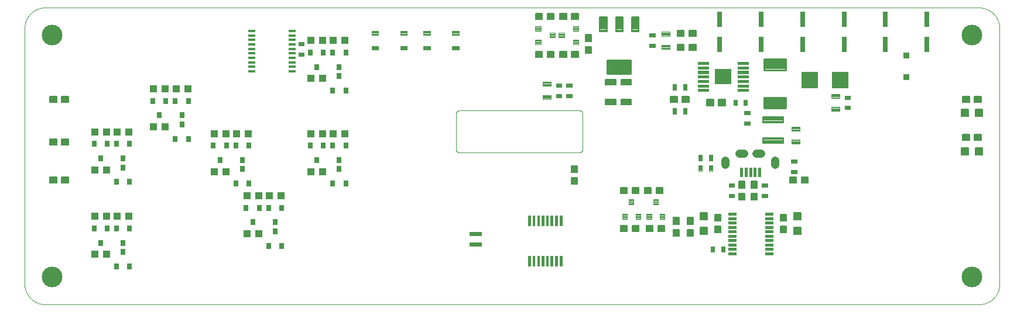
<source format=gbp>
G75*
%MOIN*%
%OFA0B0*%
%FSLAX25Y25*%
%IPPOS*%
%LPD*%
%AMOC8*
5,1,8,0,0,1.08239X$1,22.5*
%
%ADD10C,0.00197*%
%ADD11C,0.11811*%
%ADD12C,0.00210*%
%ADD13R,0.04331X0.03937*%
%ADD14R,0.03150X0.03543*%
%ADD15C,0.00472*%
%ADD16C,0.00591*%
%ADD17C,0.00225*%
%ADD18C,0.00709*%
%ADD19C,0.00354*%
%ADD20C,0.00180*%
%ADD21C,0.00384*%
%ADD22C,0.00413*%
%ADD23R,0.02559X0.08661*%
%ADD24C,0.00720*%
%ADD25C,0.01299*%
%ADD26C,0.00531*%
%ADD27R,0.03740X0.03543*%
%ADD28C,0.01093*%
%ADD29C,0.00242*%
%ADD30R,0.09685X0.09134*%
%ADD31R,0.09449X0.09449*%
%ADD32C,0.00236*%
%ADD33C,0.04724*%
%ADD34C,0.00787*%
D10*
X0036217Y0015280D02*
X0567713Y0015280D01*
X0567998Y0015283D01*
X0568284Y0015294D01*
X0568569Y0015311D01*
X0568853Y0015335D01*
X0569137Y0015366D01*
X0569420Y0015404D01*
X0569701Y0015449D01*
X0569982Y0015500D01*
X0570262Y0015558D01*
X0570540Y0015623D01*
X0570816Y0015695D01*
X0571090Y0015773D01*
X0571363Y0015858D01*
X0571633Y0015950D01*
X0571901Y0016048D01*
X0572167Y0016152D01*
X0572430Y0016263D01*
X0572690Y0016380D01*
X0572948Y0016503D01*
X0573202Y0016633D01*
X0573453Y0016769D01*
X0573701Y0016910D01*
X0573945Y0017058D01*
X0574186Y0017211D01*
X0574422Y0017371D01*
X0574655Y0017536D01*
X0574884Y0017706D01*
X0575109Y0017882D01*
X0575329Y0018064D01*
X0575545Y0018250D01*
X0575756Y0018442D01*
X0575963Y0018639D01*
X0576165Y0018841D01*
X0576362Y0019048D01*
X0576554Y0019259D01*
X0576740Y0019475D01*
X0576922Y0019695D01*
X0577098Y0019920D01*
X0577268Y0020149D01*
X0577433Y0020382D01*
X0577593Y0020618D01*
X0577746Y0020859D01*
X0577894Y0021103D01*
X0578035Y0021351D01*
X0578171Y0021602D01*
X0578301Y0021856D01*
X0578424Y0022114D01*
X0578541Y0022374D01*
X0578652Y0022637D01*
X0578756Y0022903D01*
X0578854Y0023171D01*
X0578946Y0023441D01*
X0579031Y0023714D01*
X0579109Y0023988D01*
X0579181Y0024264D01*
X0579246Y0024542D01*
X0579304Y0024822D01*
X0579355Y0025103D01*
X0579400Y0025384D01*
X0579438Y0025667D01*
X0579469Y0025951D01*
X0579493Y0026235D01*
X0579510Y0026520D01*
X0579521Y0026806D01*
X0579524Y0027091D01*
X0579524Y0172760D01*
X0579521Y0173045D01*
X0579510Y0173331D01*
X0579493Y0173616D01*
X0579469Y0173900D01*
X0579438Y0174184D01*
X0579400Y0174467D01*
X0579355Y0174748D01*
X0579304Y0175029D01*
X0579246Y0175309D01*
X0579181Y0175587D01*
X0579109Y0175863D01*
X0579031Y0176137D01*
X0578946Y0176410D01*
X0578854Y0176680D01*
X0578756Y0176948D01*
X0578652Y0177214D01*
X0578541Y0177477D01*
X0578424Y0177737D01*
X0578301Y0177995D01*
X0578171Y0178249D01*
X0578035Y0178500D01*
X0577894Y0178748D01*
X0577746Y0178992D01*
X0577593Y0179233D01*
X0577433Y0179469D01*
X0577268Y0179702D01*
X0577098Y0179931D01*
X0576922Y0180156D01*
X0576740Y0180376D01*
X0576554Y0180592D01*
X0576362Y0180803D01*
X0576165Y0181010D01*
X0575963Y0181212D01*
X0575756Y0181409D01*
X0575545Y0181601D01*
X0575329Y0181787D01*
X0575109Y0181969D01*
X0574884Y0182145D01*
X0574655Y0182315D01*
X0574422Y0182480D01*
X0574186Y0182640D01*
X0573945Y0182793D01*
X0573701Y0182941D01*
X0573453Y0183082D01*
X0573202Y0183218D01*
X0572948Y0183348D01*
X0572690Y0183471D01*
X0572430Y0183588D01*
X0572167Y0183699D01*
X0571901Y0183803D01*
X0571633Y0183901D01*
X0571363Y0183993D01*
X0571090Y0184078D01*
X0570816Y0184156D01*
X0570540Y0184228D01*
X0570262Y0184293D01*
X0569982Y0184351D01*
X0569701Y0184402D01*
X0569420Y0184447D01*
X0569137Y0184485D01*
X0568853Y0184516D01*
X0568569Y0184540D01*
X0568284Y0184557D01*
X0567998Y0184568D01*
X0567713Y0184571D01*
X0036217Y0184571D01*
X0035932Y0184568D01*
X0035646Y0184557D01*
X0035361Y0184540D01*
X0035077Y0184516D01*
X0034793Y0184485D01*
X0034510Y0184447D01*
X0034229Y0184402D01*
X0033948Y0184351D01*
X0033668Y0184293D01*
X0033390Y0184228D01*
X0033114Y0184156D01*
X0032840Y0184078D01*
X0032567Y0183993D01*
X0032297Y0183901D01*
X0032029Y0183803D01*
X0031763Y0183699D01*
X0031500Y0183588D01*
X0031240Y0183471D01*
X0030982Y0183348D01*
X0030728Y0183218D01*
X0030477Y0183082D01*
X0030229Y0182941D01*
X0029985Y0182793D01*
X0029744Y0182640D01*
X0029508Y0182480D01*
X0029275Y0182315D01*
X0029046Y0182145D01*
X0028821Y0181969D01*
X0028601Y0181787D01*
X0028385Y0181601D01*
X0028174Y0181409D01*
X0027967Y0181212D01*
X0027765Y0181010D01*
X0027568Y0180803D01*
X0027376Y0180592D01*
X0027190Y0180376D01*
X0027008Y0180156D01*
X0026832Y0179931D01*
X0026662Y0179702D01*
X0026497Y0179469D01*
X0026337Y0179233D01*
X0026184Y0178992D01*
X0026036Y0178748D01*
X0025895Y0178500D01*
X0025759Y0178249D01*
X0025629Y0177995D01*
X0025506Y0177737D01*
X0025389Y0177477D01*
X0025278Y0177214D01*
X0025174Y0176948D01*
X0025076Y0176680D01*
X0024984Y0176410D01*
X0024899Y0176137D01*
X0024821Y0175863D01*
X0024749Y0175587D01*
X0024684Y0175309D01*
X0024626Y0175029D01*
X0024575Y0174748D01*
X0024530Y0174467D01*
X0024492Y0174184D01*
X0024461Y0173900D01*
X0024437Y0173616D01*
X0024420Y0173331D01*
X0024409Y0173045D01*
X0024406Y0172760D01*
X0024406Y0027091D01*
X0024409Y0026806D01*
X0024420Y0026520D01*
X0024437Y0026235D01*
X0024461Y0025951D01*
X0024492Y0025667D01*
X0024530Y0025384D01*
X0024575Y0025103D01*
X0024626Y0024822D01*
X0024684Y0024542D01*
X0024749Y0024264D01*
X0024821Y0023988D01*
X0024899Y0023714D01*
X0024984Y0023441D01*
X0025076Y0023171D01*
X0025174Y0022903D01*
X0025278Y0022637D01*
X0025389Y0022374D01*
X0025506Y0022114D01*
X0025629Y0021856D01*
X0025759Y0021602D01*
X0025895Y0021351D01*
X0026036Y0021103D01*
X0026184Y0020859D01*
X0026337Y0020618D01*
X0026497Y0020382D01*
X0026662Y0020149D01*
X0026832Y0019920D01*
X0027008Y0019695D01*
X0027190Y0019475D01*
X0027376Y0019259D01*
X0027568Y0019048D01*
X0027765Y0018841D01*
X0027967Y0018639D01*
X0028174Y0018442D01*
X0028385Y0018250D01*
X0028601Y0018064D01*
X0028821Y0017882D01*
X0029046Y0017706D01*
X0029275Y0017536D01*
X0029508Y0017371D01*
X0029744Y0017211D01*
X0029985Y0017058D01*
X0030229Y0016910D01*
X0030477Y0016769D01*
X0030728Y0016633D01*
X0030982Y0016503D01*
X0031240Y0016380D01*
X0031500Y0016263D01*
X0031763Y0016152D01*
X0032029Y0016048D01*
X0032297Y0015950D01*
X0032567Y0015858D01*
X0032840Y0015773D01*
X0033114Y0015695D01*
X0033390Y0015623D01*
X0033668Y0015558D01*
X0033948Y0015500D01*
X0034229Y0015449D01*
X0034510Y0015404D01*
X0034793Y0015366D01*
X0035077Y0015335D01*
X0035361Y0015311D01*
X0035646Y0015294D01*
X0035932Y0015283D01*
X0036217Y0015280D01*
X0272044Y0101894D02*
X0340154Y0101894D01*
X0340154Y0101893D02*
X0340240Y0101895D01*
X0340326Y0101900D01*
X0340411Y0101910D01*
X0340496Y0101923D01*
X0340580Y0101940D01*
X0340664Y0101960D01*
X0340746Y0101984D01*
X0340827Y0102012D01*
X0340908Y0102043D01*
X0340986Y0102077D01*
X0341063Y0102115D01*
X0341139Y0102157D01*
X0341212Y0102201D01*
X0341283Y0102249D01*
X0341353Y0102300D01*
X0341420Y0102354D01*
X0341484Y0102410D01*
X0341546Y0102470D01*
X0341606Y0102532D01*
X0341662Y0102596D01*
X0341716Y0102663D01*
X0341767Y0102733D01*
X0341815Y0102804D01*
X0341859Y0102878D01*
X0341901Y0102953D01*
X0341939Y0103030D01*
X0341973Y0103108D01*
X0342004Y0103189D01*
X0342032Y0103270D01*
X0342056Y0103352D01*
X0342076Y0103436D01*
X0342093Y0103520D01*
X0342106Y0103605D01*
X0342116Y0103690D01*
X0342121Y0103776D01*
X0342123Y0103862D01*
X0342123Y0123941D01*
X0342121Y0124027D01*
X0342116Y0124113D01*
X0342106Y0124198D01*
X0342093Y0124283D01*
X0342076Y0124367D01*
X0342056Y0124451D01*
X0342032Y0124533D01*
X0342004Y0124614D01*
X0341973Y0124695D01*
X0341939Y0124773D01*
X0341901Y0124850D01*
X0341859Y0124926D01*
X0341815Y0124999D01*
X0341767Y0125070D01*
X0341716Y0125140D01*
X0341662Y0125207D01*
X0341606Y0125271D01*
X0341546Y0125333D01*
X0341484Y0125393D01*
X0341420Y0125449D01*
X0341353Y0125503D01*
X0341283Y0125554D01*
X0341212Y0125602D01*
X0341139Y0125646D01*
X0341063Y0125688D01*
X0340986Y0125726D01*
X0340908Y0125760D01*
X0340827Y0125791D01*
X0340746Y0125819D01*
X0340664Y0125843D01*
X0340580Y0125863D01*
X0340496Y0125880D01*
X0340411Y0125893D01*
X0340326Y0125903D01*
X0340240Y0125908D01*
X0340154Y0125910D01*
X0340154Y0125909D02*
X0272044Y0125909D01*
X0272044Y0125910D02*
X0271958Y0125908D01*
X0271872Y0125903D01*
X0271787Y0125893D01*
X0271702Y0125880D01*
X0271618Y0125863D01*
X0271534Y0125843D01*
X0271452Y0125819D01*
X0271371Y0125791D01*
X0271290Y0125760D01*
X0271212Y0125726D01*
X0271135Y0125688D01*
X0271060Y0125646D01*
X0270986Y0125602D01*
X0270915Y0125554D01*
X0270845Y0125503D01*
X0270778Y0125449D01*
X0270714Y0125393D01*
X0270652Y0125333D01*
X0270592Y0125271D01*
X0270536Y0125207D01*
X0270482Y0125140D01*
X0270431Y0125070D01*
X0270383Y0124999D01*
X0270339Y0124926D01*
X0270297Y0124850D01*
X0270259Y0124773D01*
X0270225Y0124695D01*
X0270194Y0124614D01*
X0270166Y0124533D01*
X0270142Y0124451D01*
X0270122Y0124367D01*
X0270105Y0124283D01*
X0270092Y0124198D01*
X0270082Y0124113D01*
X0270077Y0124027D01*
X0270075Y0123941D01*
X0270075Y0103862D01*
X0270077Y0103776D01*
X0270082Y0103690D01*
X0270092Y0103605D01*
X0270105Y0103520D01*
X0270122Y0103436D01*
X0270142Y0103352D01*
X0270166Y0103270D01*
X0270194Y0103189D01*
X0270225Y0103108D01*
X0270259Y0103030D01*
X0270297Y0102953D01*
X0270339Y0102878D01*
X0270383Y0102804D01*
X0270431Y0102733D01*
X0270482Y0102663D01*
X0270536Y0102596D01*
X0270592Y0102532D01*
X0270652Y0102470D01*
X0270714Y0102410D01*
X0270778Y0102354D01*
X0270845Y0102300D01*
X0270915Y0102249D01*
X0270986Y0102201D01*
X0271060Y0102157D01*
X0271135Y0102115D01*
X0271212Y0102077D01*
X0271290Y0102043D01*
X0271371Y0102012D01*
X0271452Y0101984D01*
X0271534Y0101960D01*
X0271618Y0101940D01*
X0271702Y0101923D01*
X0271787Y0101910D01*
X0271872Y0101900D01*
X0271958Y0101895D01*
X0272044Y0101893D01*
D11*
X0040154Y0168823D03*
X0040154Y0031028D03*
X0563776Y0031028D03*
X0563776Y0168823D03*
D12*
X0329071Y0065992D02*
X0329071Y0060402D01*
X0329071Y0065992D02*
X0330261Y0065992D01*
X0330261Y0060402D01*
X0329071Y0060402D01*
X0329071Y0060601D02*
X0330261Y0060601D01*
X0330261Y0060800D02*
X0329071Y0060800D01*
X0329071Y0060999D02*
X0330261Y0060999D01*
X0330261Y0061198D02*
X0329071Y0061198D01*
X0329071Y0061397D02*
X0330261Y0061397D01*
X0330261Y0061596D02*
X0329071Y0061596D01*
X0329071Y0061795D02*
X0330261Y0061795D01*
X0330261Y0061994D02*
X0329071Y0061994D01*
X0329071Y0062193D02*
X0330261Y0062193D01*
X0330261Y0062392D02*
X0329071Y0062392D01*
X0329071Y0062591D02*
X0330261Y0062591D01*
X0330261Y0062790D02*
X0329071Y0062790D01*
X0329071Y0062989D02*
X0330261Y0062989D01*
X0330261Y0063188D02*
X0329071Y0063188D01*
X0329071Y0063387D02*
X0330261Y0063387D01*
X0330261Y0063586D02*
X0329071Y0063586D01*
X0329071Y0063785D02*
X0330261Y0063785D01*
X0330261Y0063984D02*
X0329071Y0063984D01*
X0329071Y0064183D02*
X0330261Y0064183D01*
X0330261Y0064382D02*
X0329071Y0064382D01*
X0329071Y0064581D02*
X0330261Y0064581D01*
X0330261Y0064780D02*
X0329071Y0064780D01*
X0329071Y0064979D02*
X0330261Y0064979D01*
X0330261Y0065178D02*
X0329071Y0065178D01*
X0329071Y0065377D02*
X0330261Y0065377D01*
X0330261Y0065576D02*
X0329071Y0065576D01*
X0329071Y0065775D02*
X0330261Y0065775D01*
X0330261Y0065974D02*
X0329071Y0065974D01*
X0326471Y0065992D02*
X0326471Y0060402D01*
X0326471Y0065992D02*
X0327661Y0065992D01*
X0327661Y0060402D01*
X0326471Y0060402D01*
X0326471Y0060601D02*
X0327661Y0060601D01*
X0327661Y0060800D02*
X0326471Y0060800D01*
X0326471Y0060999D02*
X0327661Y0060999D01*
X0327661Y0061198D02*
X0326471Y0061198D01*
X0326471Y0061397D02*
X0327661Y0061397D01*
X0327661Y0061596D02*
X0326471Y0061596D01*
X0326471Y0061795D02*
X0327661Y0061795D01*
X0327661Y0061994D02*
X0326471Y0061994D01*
X0326471Y0062193D02*
X0327661Y0062193D01*
X0327661Y0062392D02*
X0326471Y0062392D01*
X0326471Y0062591D02*
X0327661Y0062591D01*
X0327661Y0062790D02*
X0326471Y0062790D01*
X0326471Y0062989D02*
X0327661Y0062989D01*
X0327661Y0063188D02*
X0326471Y0063188D01*
X0326471Y0063387D02*
X0327661Y0063387D01*
X0327661Y0063586D02*
X0326471Y0063586D01*
X0326471Y0063785D02*
X0327661Y0063785D01*
X0327661Y0063984D02*
X0326471Y0063984D01*
X0326471Y0064183D02*
X0327661Y0064183D01*
X0327661Y0064382D02*
X0326471Y0064382D01*
X0326471Y0064581D02*
X0327661Y0064581D01*
X0327661Y0064780D02*
X0326471Y0064780D01*
X0326471Y0064979D02*
X0327661Y0064979D01*
X0327661Y0065178D02*
X0326471Y0065178D01*
X0326471Y0065377D02*
X0327661Y0065377D01*
X0327661Y0065576D02*
X0326471Y0065576D01*
X0326471Y0065775D02*
X0327661Y0065775D01*
X0327661Y0065974D02*
X0326471Y0065974D01*
X0323871Y0065992D02*
X0323871Y0060402D01*
X0323871Y0065992D02*
X0325061Y0065992D01*
X0325061Y0060402D01*
X0323871Y0060402D01*
X0323871Y0060601D02*
X0325061Y0060601D01*
X0325061Y0060800D02*
X0323871Y0060800D01*
X0323871Y0060999D02*
X0325061Y0060999D01*
X0325061Y0061198D02*
X0323871Y0061198D01*
X0323871Y0061397D02*
X0325061Y0061397D01*
X0325061Y0061596D02*
X0323871Y0061596D01*
X0323871Y0061795D02*
X0325061Y0061795D01*
X0325061Y0061994D02*
X0323871Y0061994D01*
X0323871Y0062193D02*
X0325061Y0062193D01*
X0325061Y0062392D02*
X0323871Y0062392D01*
X0323871Y0062591D02*
X0325061Y0062591D01*
X0325061Y0062790D02*
X0323871Y0062790D01*
X0323871Y0062989D02*
X0325061Y0062989D01*
X0325061Y0063188D02*
X0323871Y0063188D01*
X0323871Y0063387D02*
X0325061Y0063387D01*
X0325061Y0063586D02*
X0323871Y0063586D01*
X0323871Y0063785D02*
X0325061Y0063785D01*
X0325061Y0063984D02*
X0323871Y0063984D01*
X0323871Y0064183D02*
X0325061Y0064183D01*
X0325061Y0064382D02*
X0323871Y0064382D01*
X0323871Y0064581D02*
X0325061Y0064581D01*
X0325061Y0064780D02*
X0323871Y0064780D01*
X0323871Y0064979D02*
X0325061Y0064979D01*
X0325061Y0065178D02*
X0323871Y0065178D01*
X0323871Y0065377D02*
X0325061Y0065377D01*
X0325061Y0065576D02*
X0323871Y0065576D01*
X0323871Y0065775D02*
X0325061Y0065775D01*
X0325061Y0065974D02*
X0323871Y0065974D01*
X0321371Y0065992D02*
X0321371Y0060402D01*
X0321371Y0065992D02*
X0322561Y0065992D01*
X0322561Y0060402D01*
X0321371Y0060402D01*
X0321371Y0060601D02*
X0322561Y0060601D01*
X0322561Y0060800D02*
X0321371Y0060800D01*
X0321371Y0060999D02*
X0322561Y0060999D01*
X0322561Y0061198D02*
X0321371Y0061198D01*
X0321371Y0061397D02*
X0322561Y0061397D01*
X0322561Y0061596D02*
X0321371Y0061596D01*
X0321371Y0061795D02*
X0322561Y0061795D01*
X0322561Y0061994D02*
X0321371Y0061994D01*
X0321371Y0062193D02*
X0322561Y0062193D01*
X0322561Y0062392D02*
X0321371Y0062392D01*
X0321371Y0062591D02*
X0322561Y0062591D01*
X0322561Y0062790D02*
X0321371Y0062790D01*
X0321371Y0062989D02*
X0322561Y0062989D01*
X0322561Y0063188D02*
X0321371Y0063188D01*
X0321371Y0063387D02*
X0322561Y0063387D01*
X0322561Y0063586D02*
X0321371Y0063586D01*
X0321371Y0063785D02*
X0322561Y0063785D01*
X0322561Y0063984D02*
X0321371Y0063984D01*
X0321371Y0064183D02*
X0322561Y0064183D01*
X0322561Y0064382D02*
X0321371Y0064382D01*
X0321371Y0064581D02*
X0322561Y0064581D01*
X0322561Y0064780D02*
X0321371Y0064780D01*
X0321371Y0064979D02*
X0322561Y0064979D01*
X0322561Y0065178D02*
X0321371Y0065178D01*
X0321371Y0065377D02*
X0322561Y0065377D01*
X0322561Y0065576D02*
X0321371Y0065576D01*
X0321371Y0065775D02*
X0322561Y0065775D01*
X0322561Y0065974D02*
X0321371Y0065974D01*
X0318771Y0065992D02*
X0318771Y0060402D01*
X0318771Y0065992D02*
X0319961Y0065992D01*
X0319961Y0060402D01*
X0318771Y0060402D01*
X0318771Y0060601D02*
X0319961Y0060601D01*
X0319961Y0060800D02*
X0318771Y0060800D01*
X0318771Y0060999D02*
X0319961Y0060999D01*
X0319961Y0061198D02*
X0318771Y0061198D01*
X0318771Y0061397D02*
X0319961Y0061397D01*
X0319961Y0061596D02*
X0318771Y0061596D01*
X0318771Y0061795D02*
X0319961Y0061795D01*
X0319961Y0061994D02*
X0318771Y0061994D01*
X0318771Y0062193D02*
X0319961Y0062193D01*
X0319961Y0062392D02*
X0318771Y0062392D01*
X0318771Y0062591D02*
X0319961Y0062591D01*
X0319961Y0062790D02*
X0318771Y0062790D01*
X0318771Y0062989D02*
X0319961Y0062989D01*
X0319961Y0063188D02*
X0318771Y0063188D01*
X0318771Y0063387D02*
X0319961Y0063387D01*
X0319961Y0063586D02*
X0318771Y0063586D01*
X0318771Y0063785D02*
X0319961Y0063785D01*
X0319961Y0063984D02*
X0318771Y0063984D01*
X0318771Y0064183D02*
X0319961Y0064183D01*
X0319961Y0064382D02*
X0318771Y0064382D01*
X0318771Y0064581D02*
X0319961Y0064581D01*
X0319961Y0064780D02*
X0318771Y0064780D01*
X0318771Y0064979D02*
X0319961Y0064979D01*
X0319961Y0065178D02*
X0318771Y0065178D01*
X0318771Y0065377D02*
X0319961Y0065377D01*
X0319961Y0065576D02*
X0318771Y0065576D01*
X0318771Y0065775D02*
X0319961Y0065775D01*
X0319961Y0065974D02*
X0318771Y0065974D01*
X0316271Y0065992D02*
X0316271Y0060402D01*
X0316271Y0065992D02*
X0317461Y0065992D01*
X0317461Y0060402D01*
X0316271Y0060402D01*
X0316271Y0060601D02*
X0317461Y0060601D01*
X0317461Y0060800D02*
X0316271Y0060800D01*
X0316271Y0060999D02*
X0317461Y0060999D01*
X0317461Y0061198D02*
X0316271Y0061198D01*
X0316271Y0061397D02*
X0317461Y0061397D01*
X0317461Y0061596D02*
X0316271Y0061596D01*
X0316271Y0061795D02*
X0317461Y0061795D01*
X0317461Y0061994D02*
X0316271Y0061994D01*
X0316271Y0062193D02*
X0317461Y0062193D01*
X0317461Y0062392D02*
X0316271Y0062392D01*
X0316271Y0062591D02*
X0317461Y0062591D01*
X0317461Y0062790D02*
X0316271Y0062790D01*
X0316271Y0062989D02*
X0317461Y0062989D01*
X0317461Y0063188D02*
X0316271Y0063188D01*
X0316271Y0063387D02*
X0317461Y0063387D01*
X0317461Y0063586D02*
X0316271Y0063586D01*
X0316271Y0063785D02*
X0317461Y0063785D01*
X0317461Y0063984D02*
X0316271Y0063984D01*
X0316271Y0064183D02*
X0317461Y0064183D01*
X0317461Y0064382D02*
X0316271Y0064382D01*
X0316271Y0064581D02*
X0317461Y0064581D01*
X0317461Y0064780D02*
X0316271Y0064780D01*
X0316271Y0064979D02*
X0317461Y0064979D01*
X0317461Y0065178D02*
X0316271Y0065178D01*
X0316271Y0065377D02*
X0317461Y0065377D01*
X0317461Y0065576D02*
X0316271Y0065576D01*
X0316271Y0065775D02*
X0317461Y0065775D01*
X0317461Y0065974D02*
X0316271Y0065974D01*
X0313671Y0065992D02*
X0313671Y0060402D01*
X0313671Y0065992D02*
X0314861Y0065992D01*
X0314861Y0060402D01*
X0313671Y0060402D01*
X0313671Y0060601D02*
X0314861Y0060601D01*
X0314861Y0060800D02*
X0313671Y0060800D01*
X0313671Y0060999D02*
X0314861Y0060999D01*
X0314861Y0061198D02*
X0313671Y0061198D01*
X0313671Y0061397D02*
X0314861Y0061397D01*
X0314861Y0061596D02*
X0313671Y0061596D01*
X0313671Y0061795D02*
X0314861Y0061795D01*
X0314861Y0061994D02*
X0313671Y0061994D01*
X0313671Y0062193D02*
X0314861Y0062193D01*
X0314861Y0062392D02*
X0313671Y0062392D01*
X0313671Y0062591D02*
X0314861Y0062591D01*
X0314861Y0062790D02*
X0313671Y0062790D01*
X0313671Y0062989D02*
X0314861Y0062989D01*
X0314861Y0063188D02*
X0313671Y0063188D01*
X0313671Y0063387D02*
X0314861Y0063387D01*
X0314861Y0063586D02*
X0313671Y0063586D01*
X0313671Y0063785D02*
X0314861Y0063785D01*
X0314861Y0063984D02*
X0313671Y0063984D01*
X0313671Y0064183D02*
X0314861Y0064183D01*
X0314861Y0064382D02*
X0313671Y0064382D01*
X0313671Y0064581D02*
X0314861Y0064581D01*
X0314861Y0064780D02*
X0313671Y0064780D01*
X0313671Y0064979D02*
X0314861Y0064979D01*
X0314861Y0065178D02*
X0313671Y0065178D01*
X0313671Y0065377D02*
X0314861Y0065377D01*
X0314861Y0065576D02*
X0313671Y0065576D01*
X0313671Y0065775D02*
X0314861Y0065775D01*
X0314861Y0065974D02*
X0313671Y0065974D01*
X0311071Y0065992D02*
X0311071Y0060402D01*
X0311071Y0065992D02*
X0312261Y0065992D01*
X0312261Y0060402D01*
X0311071Y0060402D01*
X0311071Y0060601D02*
X0312261Y0060601D01*
X0312261Y0060800D02*
X0311071Y0060800D01*
X0311071Y0060999D02*
X0312261Y0060999D01*
X0312261Y0061198D02*
X0311071Y0061198D01*
X0311071Y0061397D02*
X0312261Y0061397D01*
X0312261Y0061596D02*
X0311071Y0061596D01*
X0311071Y0061795D02*
X0312261Y0061795D01*
X0312261Y0061994D02*
X0311071Y0061994D01*
X0311071Y0062193D02*
X0312261Y0062193D01*
X0312261Y0062392D02*
X0311071Y0062392D01*
X0311071Y0062591D02*
X0312261Y0062591D01*
X0312261Y0062790D02*
X0311071Y0062790D01*
X0311071Y0062989D02*
X0312261Y0062989D01*
X0312261Y0063188D02*
X0311071Y0063188D01*
X0311071Y0063387D02*
X0312261Y0063387D01*
X0312261Y0063586D02*
X0311071Y0063586D01*
X0311071Y0063785D02*
X0312261Y0063785D01*
X0312261Y0063984D02*
X0311071Y0063984D01*
X0311071Y0064183D02*
X0312261Y0064183D01*
X0312261Y0064382D02*
X0311071Y0064382D01*
X0311071Y0064581D02*
X0312261Y0064581D01*
X0312261Y0064780D02*
X0311071Y0064780D01*
X0311071Y0064979D02*
X0312261Y0064979D01*
X0312261Y0065178D02*
X0311071Y0065178D01*
X0311071Y0065377D02*
X0312261Y0065377D01*
X0312261Y0065576D02*
X0311071Y0065576D01*
X0311071Y0065775D02*
X0312261Y0065775D01*
X0312261Y0065974D02*
X0311071Y0065974D01*
X0311071Y0042992D02*
X0311071Y0037402D01*
X0311071Y0042992D02*
X0312261Y0042992D01*
X0312261Y0037402D01*
X0311071Y0037402D01*
X0311071Y0037601D02*
X0312261Y0037601D01*
X0312261Y0037800D02*
X0311071Y0037800D01*
X0311071Y0037999D02*
X0312261Y0037999D01*
X0312261Y0038198D02*
X0311071Y0038198D01*
X0311071Y0038397D02*
X0312261Y0038397D01*
X0312261Y0038596D02*
X0311071Y0038596D01*
X0311071Y0038795D02*
X0312261Y0038795D01*
X0312261Y0038994D02*
X0311071Y0038994D01*
X0311071Y0039193D02*
X0312261Y0039193D01*
X0312261Y0039392D02*
X0311071Y0039392D01*
X0311071Y0039591D02*
X0312261Y0039591D01*
X0312261Y0039790D02*
X0311071Y0039790D01*
X0311071Y0039989D02*
X0312261Y0039989D01*
X0312261Y0040188D02*
X0311071Y0040188D01*
X0311071Y0040387D02*
X0312261Y0040387D01*
X0312261Y0040586D02*
X0311071Y0040586D01*
X0311071Y0040785D02*
X0312261Y0040785D01*
X0312261Y0040984D02*
X0311071Y0040984D01*
X0311071Y0041183D02*
X0312261Y0041183D01*
X0312261Y0041382D02*
X0311071Y0041382D01*
X0311071Y0041581D02*
X0312261Y0041581D01*
X0312261Y0041780D02*
X0311071Y0041780D01*
X0311071Y0041979D02*
X0312261Y0041979D01*
X0312261Y0042178D02*
X0311071Y0042178D01*
X0311071Y0042377D02*
X0312261Y0042377D01*
X0312261Y0042576D02*
X0311071Y0042576D01*
X0311071Y0042775D02*
X0312261Y0042775D01*
X0312261Y0042974D02*
X0311071Y0042974D01*
X0313671Y0042992D02*
X0313671Y0037402D01*
X0313671Y0042992D02*
X0314861Y0042992D01*
X0314861Y0037402D01*
X0313671Y0037402D01*
X0313671Y0037601D02*
X0314861Y0037601D01*
X0314861Y0037800D02*
X0313671Y0037800D01*
X0313671Y0037999D02*
X0314861Y0037999D01*
X0314861Y0038198D02*
X0313671Y0038198D01*
X0313671Y0038397D02*
X0314861Y0038397D01*
X0314861Y0038596D02*
X0313671Y0038596D01*
X0313671Y0038795D02*
X0314861Y0038795D01*
X0314861Y0038994D02*
X0313671Y0038994D01*
X0313671Y0039193D02*
X0314861Y0039193D01*
X0314861Y0039392D02*
X0313671Y0039392D01*
X0313671Y0039591D02*
X0314861Y0039591D01*
X0314861Y0039790D02*
X0313671Y0039790D01*
X0313671Y0039989D02*
X0314861Y0039989D01*
X0314861Y0040188D02*
X0313671Y0040188D01*
X0313671Y0040387D02*
X0314861Y0040387D01*
X0314861Y0040586D02*
X0313671Y0040586D01*
X0313671Y0040785D02*
X0314861Y0040785D01*
X0314861Y0040984D02*
X0313671Y0040984D01*
X0313671Y0041183D02*
X0314861Y0041183D01*
X0314861Y0041382D02*
X0313671Y0041382D01*
X0313671Y0041581D02*
X0314861Y0041581D01*
X0314861Y0041780D02*
X0313671Y0041780D01*
X0313671Y0041979D02*
X0314861Y0041979D01*
X0314861Y0042178D02*
X0313671Y0042178D01*
X0313671Y0042377D02*
X0314861Y0042377D01*
X0314861Y0042576D02*
X0313671Y0042576D01*
X0313671Y0042775D02*
X0314861Y0042775D01*
X0314861Y0042974D02*
X0313671Y0042974D01*
X0316271Y0042992D02*
X0316271Y0037402D01*
X0316271Y0042992D02*
X0317461Y0042992D01*
X0317461Y0037402D01*
X0316271Y0037402D01*
X0316271Y0037601D02*
X0317461Y0037601D01*
X0317461Y0037800D02*
X0316271Y0037800D01*
X0316271Y0037999D02*
X0317461Y0037999D01*
X0317461Y0038198D02*
X0316271Y0038198D01*
X0316271Y0038397D02*
X0317461Y0038397D01*
X0317461Y0038596D02*
X0316271Y0038596D01*
X0316271Y0038795D02*
X0317461Y0038795D01*
X0317461Y0038994D02*
X0316271Y0038994D01*
X0316271Y0039193D02*
X0317461Y0039193D01*
X0317461Y0039392D02*
X0316271Y0039392D01*
X0316271Y0039591D02*
X0317461Y0039591D01*
X0317461Y0039790D02*
X0316271Y0039790D01*
X0316271Y0039989D02*
X0317461Y0039989D01*
X0317461Y0040188D02*
X0316271Y0040188D01*
X0316271Y0040387D02*
X0317461Y0040387D01*
X0317461Y0040586D02*
X0316271Y0040586D01*
X0316271Y0040785D02*
X0317461Y0040785D01*
X0317461Y0040984D02*
X0316271Y0040984D01*
X0316271Y0041183D02*
X0317461Y0041183D01*
X0317461Y0041382D02*
X0316271Y0041382D01*
X0316271Y0041581D02*
X0317461Y0041581D01*
X0317461Y0041780D02*
X0316271Y0041780D01*
X0316271Y0041979D02*
X0317461Y0041979D01*
X0317461Y0042178D02*
X0316271Y0042178D01*
X0316271Y0042377D02*
X0317461Y0042377D01*
X0317461Y0042576D02*
X0316271Y0042576D01*
X0316271Y0042775D02*
X0317461Y0042775D01*
X0317461Y0042974D02*
X0316271Y0042974D01*
X0318771Y0042992D02*
X0318771Y0037402D01*
X0318771Y0042992D02*
X0319961Y0042992D01*
X0319961Y0037402D01*
X0318771Y0037402D01*
X0318771Y0037601D02*
X0319961Y0037601D01*
X0319961Y0037800D02*
X0318771Y0037800D01*
X0318771Y0037999D02*
X0319961Y0037999D01*
X0319961Y0038198D02*
X0318771Y0038198D01*
X0318771Y0038397D02*
X0319961Y0038397D01*
X0319961Y0038596D02*
X0318771Y0038596D01*
X0318771Y0038795D02*
X0319961Y0038795D01*
X0319961Y0038994D02*
X0318771Y0038994D01*
X0318771Y0039193D02*
X0319961Y0039193D01*
X0319961Y0039392D02*
X0318771Y0039392D01*
X0318771Y0039591D02*
X0319961Y0039591D01*
X0319961Y0039790D02*
X0318771Y0039790D01*
X0318771Y0039989D02*
X0319961Y0039989D01*
X0319961Y0040188D02*
X0318771Y0040188D01*
X0318771Y0040387D02*
X0319961Y0040387D01*
X0319961Y0040586D02*
X0318771Y0040586D01*
X0318771Y0040785D02*
X0319961Y0040785D01*
X0319961Y0040984D02*
X0318771Y0040984D01*
X0318771Y0041183D02*
X0319961Y0041183D01*
X0319961Y0041382D02*
X0318771Y0041382D01*
X0318771Y0041581D02*
X0319961Y0041581D01*
X0319961Y0041780D02*
X0318771Y0041780D01*
X0318771Y0041979D02*
X0319961Y0041979D01*
X0319961Y0042178D02*
X0318771Y0042178D01*
X0318771Y0042377D02*
X0319961Y0042377D01*
X0319961Y0042576D02*
X0318771Y0042576D01*
X0318771Y0042775D02*
X0319961Y0042775D01*
X0319961Y0042974D02*
X0318771Y0042974D01*
X0321371Y0042992D02*
X0321371Y0037402D01*
X0321371Y0042992D02*
X0322561Y0042992D01*
X0322561Y0037402D01*
X0321371Y0037402D01*
X0321371Y0037601D02*
X0322561Y0037601D01*
X0322561Y0037800D02*
X0321371Y0037800D01*
X0321371Y0037999D02*
X0322561Y0037999D01*
X0322561Y0038198D02*
X0321371Y0038198D01*
X0321371Y0038397D02*
X0322561Y0038397D01*
X0322561Y0038596D02*
X0321371Y0038596D01*
X0321371Y0038795D02*
X0322561Y0038795D01*
X0322561Y0038994D02*
X0321371Y0038994D01*
X0321371Y0039193D02*
X0322561Y0039193D01*
X0322561Y0039392D02*
X0321371Y0039392D01*
X0321371Y0039591D02*
X0322561Y0039591D01*
X0322561Y0039790D02*
X0321371Y0039790D01*
X0321371Y0039989D02*
X0322561Y0039989D01*
X0322561Y0040188D02*
X0321371Y0040188D01*
X0321371Y0040387D02*
X0322561Y0040387D01*
X0322561Y0040586D02*
X0321371Y0040586D01*
X0321371Y0040785D02*
X0322561Y0040785D01*
X0322561Y0040984D02*
X0321371Y0040984D01*
X0321371Y0041183D02*
X0322561Y0041183D01*
X0322561Y0041382D02*
X0321371Y0041382D01*
X0321371Y0041581D02*
X0322561Y0041581D01*
X0322561Y0041780D02*
X0321371Y0041780D01*
X0321371Y0041979D02*
X0322561Y0041979D01*
X0322561Y0042178D02*
X0321371Y0042178D01*
X0321371Y0042377D02*
X0322561Y0042377D01*
X0322561Y0042576D02*
X0321371Y0042576D01*
X0321371Y0042775D02*
X0322561Y0042775D01*
X0322561Y0042974D02*
X0321371Y0042974D01*
X0323871Y0042992D02*
X0323871Y0037402D01*
X0323871Y0042992D02*
X0325061Y0042992D01*
X0325061Y0037402D01*
X0323871Y0037402D01*
X0323871Y0037601D02*
X0325061Y0037601D01*
X0325061Y0037800D02*
X0323871Y0037800D01*
X0323871Y0037999D02*
X0325061Y0037999D01*
X0325061Y0038198D02*
X0323871Y0038198D01*
X0323871Y0038397D02*
X0325061Y0038397D01*
X0325061Y0038596D02*
X0323871Y0038596D01*
X0323871Y0038795D02*
X0325061Y0038795D01*
X0325061Y0038994D02*
X0323871Y0038994D01*
X0323871Y0039193D02*
X0325061Y0039193D01*
X0325061Y0039392D02*
X0323871Y0039392D01*
X0323871Y0039591D02*
X0325061Y0039591D01*
X0325061Y0039790D02*
X0323871Y0039790D01*
X0323871Y0039989D02*
X0325061Y0039989D01*
X0325061Y0040188D02*
X0323871Y0040188D01*
X0323871Y0040387D02*
X0325061Y0040387D01*
X0325061Y0040586D02*
X0323871Y0040586D01*
X0323871Y0040785D02*
X0325061Y0040785D01*
X0325061Y0040984D02*
X0323871Y0040984D01*
X0323871Y0041183D02*
X0325061Y0041183D01*
X0325061Y0041382D02*
X0323871Y0041382D01*
X0323871Y0041581D02*
X0325061Y0041581D01*
X0325061Y0041780D02*
X0323871Y0041780D01*
X0323871Y0041979D02*
X0325061Y0041979D01*
X0325061Y0042178D02*
X0323871Y0042178D01*
X0323871Y0042377D02*
X0325061Y0042377D01*
X0325061Y0042576D02*
X0323871Y0042576D01*
X0323871Y0042775D02*
X0325061Y0042775D01*
X0325061Y0042974D02*
X0323871Y0042974D01*
X0326471Y0042992D02*
X0326471Y0037402D01*
X0326471Y0042992D02*
X0327661Y0042992D01*
X0327661Y0037402D01*
X0326471Y0037402D01*
X0326471Y0037601D02*
X0327661Y0037601D01*
X0327661Y0037800D02*
X0326471Y0037800D01*
X0326471Y0037999D02*
X0327661Y0037999D01*
X0327661Y0038198D02*
X0326471Y0038198D01*
X0326471Y0038397D02*
X0327661Y0038397D01*
X0327661Y0038596D02*
X0326471Y0038596D01*
X0326471Y0038795D02*
X0327661Y0038795D01*
X0327661Y0038994D02*
X0326471Y0038994D01*
X0326471Y0039193D02*
X0327661Y0039193D01*
X0327661Y0039392D02*
X0326471Y0039392D01*
X0326471Y0039591D02*
X0327661Y0039591D01*
X0327661Y0039790D02*
X0326471Y0039790D01*
X0326471Y0039989D02*
X0327661Y0039989D01*
X0327661Y0040188D02*
X0326471Y0040188D01*
X0326471Y0040387D02*
X0327661Y0040387D01*
X0327661Y0040586D02*
X0326471Y0040586D01*
X0326471Y0040785D02*
X0327661Y0040785D01*
X0327661Y0040984D02*
X0326471Y0040984D01*
X0326471Y0041183D02*
X0327661Y0041183D01*
X0327661Y0041382D02*
X0326471Y0041382D01*
X0326471Y0041581D02*
X0327661Y0041581D01*
X0327661Y0041780D02*
X0326471Y0041780D01*
X0326471Y0041979D02*
X0327661Y0041979D01*
X0327661Y0042178D02*
X0326471Y0042178D01*
X0326471Y0042377D02*
X0327661Y0042377D01*
X0327661Y0042576D02*
X0326471Y0042576D01*
X0326471Y0042775D02*
X0327661Y0042775D01*
X0327661Y0042974D02*
X0326471Y0042974D01*
X0329071Y0042992D02*
X0329071Y0037402D01*
X0329071Y0042992D02*
X0330261Y0042992D01*
X0330261Y0037402D01*
X0329071Y0037402D01*
X0329071Y0037601D02*
X0330261Y0037601D01*
X0330261Y0037800D02*
X0329071Y0037800D01*
X0329071Y0037999D02*
X0330261Y0037999D01*
X0330261Y0038198D02*
X0329071Y0038198D01*
X0329071Y0038397D02*
X0330261Y0038397D01*
X0330261Y0038596D02*
X0329071Y0038596D01*
X0329071Y0038795D02*
X0330261Y0038795D01*
X0330261Y0038994D02*
X0329071Y0038994D01*
X0329071Y0039193D02*
X0330261Y0039193D01*
X0330261Y0039392D02*
X0329071Y0039392D01*
X0329071Y0039591D02*
X0330261Y0039591D01*
X0330261Y0039790D02*
X0329071Y0039790D01*
X0329071Y0039989D02*
X0330261Y0039989D01*
X0330261Y0040188D02*
X0329071Y0040188D01*
X0329071Y0040387D02*
X0330261Y0040387D01*
X0330261Y0040586D02*
X0329071Y0040586D01*
X0329071Y0040785D02*
X0330261Y0040785D01*
X0330261Y0040984D02*
X0329071Y0040984D01*
X0329071Y0041183D02*
X0330261Y0041183D01*
X0330261Y0041382D02*
X0329071Y0041382D01*
X0329071Y0041581D02*
X0330261Y0041581D01*
X0330261Y0041780D02*
X0329071Y0041780D01*
X0329071Y0041979D02*
X0330261Y0041979D01*
X0330261Y0042178D02*
X0329071Y0042178D01*
X0329071Y0042377D02*
X0330261Y0042377D01*
X0330261Y0042576D02*
X0329071Y0042576D01*
X0329071Y0042775D02*
X0330261Y0042775D01*
X0330261Y0042974D02*
X0329071Y0042974D01*
D13*
X0194091Y0091067D03*
X0187398Y0091067D03*
X0170469Y0077287D03*
X0163776Y0077287D03*
X0157674Y0077287D03*
X0150981Y0077287D03*
X0138973Y0091067D03*
X0132280Y0091067D03*
X0132280Y0112720D03*
X0138973Y0112720D03*
X0145075Y0112720D03*
X0151768Y0112720D03*
X0187398Y0112720D03*
X0194091Y0112720D03*
X0200194Y0112720D03*
X0206886Y0112720D03*
X0117320Y0138311D03*
X0110627Y0138311D03*
X0104524Y0138311D03*
X0097831Y0138311D03*
X0097831Y0116657D03*
X0104524Y0116657D03*
X0083855Y0113705D03*
X0077162Y0113705D03*
X0071060Y0113705D03*
X0064367Y0113705D03*
X0064367Y0092051D03*
X0071060Y0092051D03*
X0071060Y0065476D03*
X0077162Y0065476D03*
X0083855Y0065476D03*
X0064367Y0065476D03*
X0064367Y0043823D03*
X0071060Y0043823D03*
X0150981Y0055634D03*
X0157674Y0055634D03*
X0187398Y0144217D03*
X0194091Y0144217D03*
X0194091Y0165870D03*
X0200194Y0165870D03*
X0206886Y0165870D03*
X0187398Y0165870D03*
D14*
X0187005Y0158980D03*
X0194485Y0158980D03*
X0199800Y0158980D03*
X0207280Y0158980D03*
X0203540Y0150713D03*
X0190745Y0150713D03*
X0203540Y0145594D03*
X0199800Y0137327D03*
X0207280Y0137327D03*
X0207280Y0105831D03*
X0199800Y0105831D03*
X0194485Y0105831D03*
X0187005Y0105831D03*
X0190745Y0097563D03*
X0203540Y0097563D03*
X0203540Y0092445D03*
X0199800Y0084177D03*
X0207280Y0084177D03*
X0170863Y0070398D03*
X0163383Y0070398D03*
X0158068Y0070398D03*
X0150587Y0070398D03*
X0154327Y0062130D03*
X0167123Y0062130D03*
X0167123Y0057012D03*
X0170863Y0048744D03*
X0163383Y0048744D03*
X0084249Y0058587D03*
X0076768Y0058587D03*
X0071453Y0058587D03*
X0063973Y0058587D03*
X0067713Y0050319D03*
X0080509Y0050319D03*
X0080509Y0045201D03*
X0084249Y0036933D03*
X0076768Y0036933D03*
X0076768Y0085161D03*
X0084249Y0085161D03*
X0080509Y0093429D03*
X0080509Y0098547D03*
X0067713Y0098547D03*
X0063973Y0106815D03*
X0071453Y0106815D03*
X0076768Y0106815D03*
X0084249Y0106815D03*
X0110233Y0109768D03*
X0117713Y0109768D03*
X0131886Y0105831D03*
X0139367Y0105831D03*
X0144682Y0105831D03*
X0152162Y0105831D03*
X0148422Y0097563D03*
X0148422Y0092445D03*
X0135627Y0097563D03*
X0144682Y0084177D03*
X0152162Y0084177D03*
X0113973Y0118035D03*
X0113973Y0123154D03*
X0101178Y0123154D03*
X0104918Y0131421D03*
X0110233Y0131421D03*
X0117713Y0131421D03*
X0097438Y0131421D03*
D15*
X0318264Y0163744D02*
X0318264Y0166422D01*
X0318264Y0163744D02*
X0315194Y0163744D01*
X0315194Y0166422D01*
X0318264Y0166422D01*
X0318264Y0164192D02*
X0315194Y0164192D01*
X0315194Y0164640D02*
X0318264Y0164640D01*
X0318264Y0165088D02*
X0315194Y0165088D01*
X0315194Y0165536D02*
X0318264Y0165536D01*
X0318264Y0165984D02*
X0315194Y0165984D01*
X0326532Y0167484D02*
X0326532Y0170162D01*
X0326532Y0167484D02*
X0323462Y0167484D01*
X0323462Y0170162D01*
X0326532Y0170162D01*
X0326532Y0167932D02*
X0323462Y0167932D01*
X0323462Y0168380D02*
X0326532Y0168380D01*
X0326532Y0168828D02*
X0323462Y0168828D01*
X0323462Y0169276D02*
X0326532Y0169276D01*
X0326532Y0169724D02*
X0323462Y0169724D01*
X0328580Y0170162D02*
X0328580Y0167484D01*
X0328580Y0170162D02*
X0331650Y0170162D01*
X0331650Y0167484D01*
X0328580Y0167484D01*
X0328580Y0167932D02*
X0331650Y0167932D01*
X0331650Y0168380D02*
X0328580Y0168380D01*
X0328580Y0168828D02*
X0331650Y0168828D01*
X0331650Y0169276D02*
X0328580Y0169276D01*
X0328580Y0169724D02*
X0331650Y0169724D01*
X0336848Y0171224D02*
X0336848Y0173902D01*
X0339918Y0173902D01*
X0339918Y0171224D01*
X0336848Y0171224D01*
X0336848Y0171672D02*
X0339918Y0171672D01*
X0339918Y0172120D02*
X0336848Y0172120D01*
X0336848Y0172568D02*
X0339918Y0172568D01*
X0339918Y0173016D02*
X0336848Y0173016D01*
X0336848Y0173464D02*
X0339918Y0173464D01*
X0318264Y0173902D02*
X0318264Y0171224D01*
X0315194Y0171224D01*
X0315194Y0173902D01*
X0318264Y0173902D01*
X0318264Y0171672D02*
X0315194Y0171672D01*
X0315194Y0172120D02*
X0318264Y0172120D01*
X0318264Y0172568D02*
X0315194Y0172568D01*
X0315194Y0173016D02*
X0318264Y0173016D01*
X0318264Y0173464D02*
X0315194Y0173464D01*
X0336848Y0166422D02*
X0336848Y0163744D01*
X0336848Y0166422D02*
X0339918Y0166422D01*
X0339918Y0163744D01*
X0336848Y0163744D01*
X0336848Y0164192D02*
X0339918Y0164192D01*
X0339918Y0164640D02*
X0336848Y0164640D01*
X0336848Y0165088D02*
X0339918Y0165088D01*
X0339918Y0165536D02*
X0336848Y0165536D01*
X0336848Y0165984D02*
X0339918Y0165984D01*
X0368540Y0075279D02*
X0371218Y0075279D01*
X0371218Y0072209D01*
X0368540Y0072209D01*
X0368540Y0075279D01*
X0368540Y0072657D02*
X0371218Y0072657D01*
X0371218Y0073105D02*
X0368540Y0073105D01*
X0368540Y0073553D02*
X0371218Y0073553D01*
X0371218Y0074001D02*
X0368540Y0074001D01*
X0368540Y0074449D02*
X0371218Y0074449D01*
X0371218Y0074897D02*
X0368540Y0074897D01*
X0382319Y0075279D02*
X0384997Y0075279D01*
X0384997Y0072209D01*
X0382319Y0072209D01*
X0382319Y0075279D01*
X0382319Y0072657D02*
X0384997Y0072657D01*
X0384997Y0073105D02*
X0382319Y0073105D01*
X0382319Y0073553D02*
X0384997Y0073553D01*
X0384997Y0074001D02*
X0382319Y0074001D01*
X0382319Y0074449D02*
X0384997Y0074449D01*
X0384997Y0074897D02*
X0382319Y0074897D01*
X0381257Y0067011D02*
X0378579Y0067011D01*
X0381257Y0067011D02*
X0381257Y0063941D01*
X0378579Y0063941D01*
X0378579Y0067011D01*
X0378579Y0064389D02*
X0381257Y0064389D01*
X0381257Y0064837D02*
X0378579Y0064837D01*
X0378579Y0065285D02*
X0381257Y0065285D01*
X0381257Y0065733D02*
X0378579Y0065733D01*
X0378579Y0066181D02*
X0381257Y0066181D01*
X0381257Y0066629D02*
X0378579Y0066629D01*
X0374958Y0067011D02*
X0372280Y0067011D01*
X0374958Y0067011D02*
X0374958Y0063941D01*
X0372280Y0063941D01*
X0372280Y0067011D01*
X0372280Y0064389D02*
X0374958Y0064389D01*
X0374958Y0064837D02*
X0372280Y0064837D01*
X0372280Y0065285D02*
X0374958Y0065285D01*
X0374958Y0065733D02*
X0372280Y0065733D01*
X0372280Y0066181D02*
X0374958Y0066181D01*
X0374958Y0066629D02*
X0372280Y0066629D01*
X0367477Y0067011D02*
X0364799Y0067011D01*
X0367477Y0067011D02*
X0367477Y0063941D01*
X0364799Y0063941D01*
X0364799Y0067011D01*
X0364799Y0064389D02*
X0367477Y0064389D01*
X0367477Y0064837D02*
X0364799Y0064837D01*
X0364799Y0065285D02*
X0367477Y0065285D01*
X0367477Y0065733D02*
X0364799Y0065733D01*
X0364799Y0066181D02*
X0367477Y0066181D01*
X0367477Y0066629D02*
X0364799Y0066629D01*
X0386059Y0067011D02*
X0388737Y0067011D01*
X0388737Y0063941D01*
X0386059Y0063941D01*
X0386059Y0067011D01*
X0386059Y0064389D02*
X0388737Y0064389D01*
X0388737Y0064837D02*
X0386059Y0064837D01*
X0386059Y0065285D02*
X0388737Y0065285D01*
X0388737Y0065733D02*
X0386059Y0065733D01*
X0386059Y0066181D02*
X0388737Y0066181D01*
X0388737Y0066629D02*
X0386059Y0066629D01*
D16*
X0393796Y0064787D02*
X0393796Y0061047D01*
X0393796Y0064787D02*
X0397142Y0064787D01*
X0397142Y0061047D01*
X0393796Y0061047D01*
X0393796Y0061608D02*
X0397142Y0061608D01*
X0397142Y0062169D02*
X0393796Y0062169D01*
X0393796Y0062730D02*
X0397142Y0062730D01*
X0397142Y0063291D02*
X0393796Y0063291D01*
X0393796Y0063852D02*
X0397142Y0063852D01*
X0397142Y0064413D02*
X0393796Y0064413D01*
X0401670Y0064787D02*
X0401670Y0061047D01*
X0401670Y0064787D02*
X0405016Y0064787D01*
X0405016Y0061047D01*
X0401670Y0061047D01*
X0401670Y0061608D02*
X0405016Y0061608D01*
X0405016Y0062169D02*
X0401670Y0062169D01*
X0401670Y0062730D02*
X0405016Y0062730D01*
X0405016Y0063291D02*
X0401670Y0063291D01*
X0401670Y0063852D02*
X0405016Y0063852D01*
X0405016Y0064413D02*
X0401670Y0064413D01*
X0388875Y0056914D02*
X0385135Y0056914D01*
X0385135Y0060260D01*
X0388875Y0060260D01*
X0388875Y0056914D01*
X0388875Y0057475D02*
X0385135Y0057475D01*
X0385135Y0058036D02*
X0388875Y0058036D01*
X0388875Y0058597D02*
X0385135Y0058597D01*
X0385135Y0059158D02*
X0388875Y0059158D01*
X0388875Y0059719D02*
X0385135Y0059719D01*
X0382182Y0056914D02*
X0378442Y0056914D01*
X0378442Y0060260D01*
X0382182Y0060260D01*
X0382182Y0056914D01*
X0382182Y0057475D02*
X0378442Y0057475D01*
X0378442Y0058036D02*
X0382182Y0058036D01*
X0382182Y0058597D02*
X0378442Y0058597D01*
X0378442Y0059158D02*
X0382182Y0059158D01*
X0382182Y0059719D02*
X0378442Y0059719D01*
X0374111Y0060260D02*
X0370371Y0060260D01*
X0374111Y0060260D02*
X0374111Y0056914D01*
X0370371Y0056914D01*
X0370371Y0060260D01*
X0370371Y0057475D02*
X0374111Y0057475D01*
X0374111Y0058036D02*
X0370371Y0058036D01*
X0370371Y0058597D02*
X0374111Y0058597D01*
X0374111Y0059158D02*
X0370371Y0059158D01*
X0370371Y0059719D02*
X0374111Y0059719D01*
X0367418Y0060260D02*
X0363678Y0060260D01*
X0367418Y0060260D02*
X0367418Y0056914D01*
X0363678Y0056914D01*
X0363678Y0060260D01*
X0363678Y0057475D02*
X0367418Y0057475D01*
X0367418Y0058036D02*
X0363678Y0058036D01*
X0363678Y0058597D02*
X0367418Y0058597D01*
X0367418Y0059158D02*
X0363678Y0059158D01*
X0363678Y0059719D02*
X0367418Y0059719D01*
X0393796Y0058094D02*
X0393796Y0054354D01*
X0393796Y0058094D02*
X0397142Y0058094D01*
X0397142Y0054354D01*
X0393796Y0054354D01*
X0393796Y0054915D02*
X0397142Y0054915D01*
X0397142Y0055476D02*
X0393796Y0055476D01*
X0393796Y0056037D02*
X0397142Y0056037D01*
X0397142Y0056598D02*
X0393796Y0056598D01*
X0393796Y0057159D02*
X0397142Y0057159D01*
X0397142Y0057720D02*
X0393796Y0057720D01*
X0401670Y0058094D02*
X0401670Y0054354D01*
X0401670Y0058094D02*
X0405016Y0058094D01*
X0405016Y0054354D01*
X0401670Y0054354D01*
X0401670Y0054915D02*
X0405016Y0054915D01*
X0405016Y0055476D02*
X0401670Y0055476D01*
X0401670Y0056037D02*
X0405016Y0056037D01*
X0405016Y0056598D02*
X0401670Y0056598D01*
X0401670Y0057159D02*
X0405016Y0057159D01*
X0405016Y0057720D02*
X0401670Y0057720D01*
X0420764Y0056323D02*
X0420764Y0060063D01*
X0420764Y0056323D02*
X0417418Y0056323D01*
X0417418Y0060063D01*
X0420764Y0060063D01*
X0420764Y0056884D02*
X0417418Y0056884D01*
X0417418Y0057445D02*
X0420764Y0057445D01*
X0420764Y0058006D02*
X0417418Y0058006D01*
X0417418Y0058567D02*
X0420764Y0058567D01*
X0420764Y0059128D02*
X0417418Y0059128D01*
X0417418Y0059689D02*
X0420764Y0059689D01*
X0420764Y0063016D02*
X0420764Y0066756D01*
X0420764Y0063016D02*
X0417418Y0063016D01*
X0417418Y0066756D01*
X0420764Y0066756D01*
X0420764Y0063577D02*
X0417418Y0063577D01*
X0417418Y0064138D02*
X0420764Y0064138D01*
X0420764Y0064699D02*
X0417418Y0064699D01*
X0417418Y0065260D02*
X0420764Y0065260D01*
X0420764Y0065821D02*
X0417418Y0065821D01*
X0417418Y0066382D02*
X0420764Y0066382D01*
X0434544Y0075024D02*
X0434544Y0078764D01*
X0434544Y0075024D02*
X0431198Y0075024D01*
X0431198Y0078764D01*
X0434544Y0078764D01*
X0434544Y0075585D02*
X0431198Y0075585D01*
X0431198Y0076146D02*
X0434544Y0076146D01*
X0434544Y0076707D02*
X0431198Y0076707D01*
X0431198Y0077268D02*
X0434544Y0077268D01*
X0434544Y0077829D02*
X0431198Y0077829D01*
X0431198Y0078390D02*
X0434544Y0078390D01*
X0441433Y0078764D02*
X0441433Y0075024D01*
X0438087Y0075024D01*
X0438087Y0078764D01*
X0441433Y0078764D01*
X0441433Y0075585D02*
X0438087Y0075585D01*
X0438087Y0076146D02*
X0441433Y0076146D01*
X0441433Y0076707D02*
X0438087Y0076707D01*
X0438087Y0077268D02*
X0441433Y0077268D01*
X0441433Y0077829D02*
X0438087Y0077829D01*
X0438087Y0078390D02*
X0441433Y0078390D01*
X0441433Y0081717D02*
X0441433Y0085457D01*
X0441433Y0081717D02*
X0438087Y0081717D01*
X0438087Y0085457D01*
X0441433Y0085457D01*
X0441433Y0082278D02*
X0438087Y0082278D01*
X0438087Y0082839D02*
X0441433Y0082839D01*
X0441433Y0083400D02*
X0438087Y0083400D01*
X0438087Y0083961D02*
X0441433Y0083961D01*
X0441433Y0084522D02*
X0438087Y0084522D01*
X0438087Y0085083D02*
X0441433Y0085083D01*
X0434544Y0085457D02*
X0434544Y0081717D01*
X0431198Y0081717D01*
X0431198Y0085457D01*
X0434544Y0085457D01*
X0434544Y0082278D02*
X0431198Y0082278D01*
X0431198Y0082839D02*
X0434544Y0082839D01*
X0434544Y0083400D02*
X0431198Y0083400D01*
X0431198Y0083961D02*
X0434544Y0083961D01*
X0434544Y0084522D02*
X0431198Y0084522D01*
X0431198Y0085083D02*
X0434544Y0085083D01*
X0460135Y0087819D02*
X0463875Y0087819D01*
X0463875Y0084473D01*
X0460135Y0084473D01*
X0460135Y0087819D01*
X0460135Y0085034D02*
X0463875Y0085034D01*
X0463875Y0085595D02*
X0460135Y0085595D01*
X0460135Y0086156D02*
X0463875Y0086156D01*
X0463875Y0086717D02*
X0460135Y0086717D01*
X0460135Y0087278D02*
X0463875Y0087278D01*
X0466828Y0087819D02*
X0470568Y0087819D01*
X0470568Y0084473D01*
X0466828Y0084473D01*
X0466828Y0087819D01*
X0466828Y0085034D02*
X0470568Y0085034D01*
X0470568Y0085595D02*
X0466828Y0085595D01*
X0466828Y0086156D02*
X0470568Y0086156D01*
X0470568Y0086717D02*
X0466828Y0086717D01*
X0466828Y0087278D02*
X0470568Y0087278D01*
X0458166Y0066756D02*
X0458166Y0063016D01*
X0454820Y0063016D01*
X0454820Y0066756D01*
X0458166Y0066756D01*
X0458166Y0063577D02*
X0454820Y0063577D01*
X0454820Y0064138D02*
X0458166Y0064138D01*
X0458166Y0064699D02*
X0454820Y0064699D01*
X0454820Y0065260D02*
X0458166Y0065260D01*
X0458166Y0065821D02*
X0454820Y0065821D01*
X0454820Y0066382D02*
X0458166Y0066382D01*
X0458166Y0060063D02*
X0458166Y0056323D01*
X0454820Y0056323D01*
X0454820Y0060063D01*
X0458166Y0060063D01*
X0458166Y0056884D02*
X0454820Y0056884D01*
X0454820Y0057445D02*
X0458166Y0057445D01*
X0458166Y0058006D02*
X0454820Y0058006D01*
X0454820Y0058567D02*
X0458166Y0058567D01*
X0458166Y0059128D02*
X0454820Y0059128D01*
X0454820Y0059689D02*
X0458166Y0059689D01*
X0387890Y0078567D02*
X0384150Y0078567D01*
X0384150Y0081913D01*
X0387890Y0081913D01*
X0387890Y0078567D01*
X0387890Y0079128D02*
X0384150Y0079128D01*
X0384150Y0079689D02*
X0387890Y0079689D01*
X0387890Y0080250D02*
X0384150Y0080250D01*
X0384150Y0080811D02*
X0387890Y0080811D01*
X0387890Y0081372D02*
X0384150Y0081372D01*
X0381197Y0078567D02*
X0377457Y0078567D01*
X0377457Y0081913D01*
X0381197Y0081913D01*
X0381197Y0078567D01*
X0381197Y0079128D02*
X0377457Y0079128D01*
X0377457Y0079689D02*
X0381197Y0079689D01*
X0381197Y0080250D02*
X0377457Y0080250D01*
X0377457Y0080811D02*
X0381197Y0080811D01*
X0381197Y0081372D02*
X0377457Y0081372D01*
X0374111Y0081913D02*
X0370371Y0081913D01*
X0374111Y0081913D02*
X0374111Y0078567D01*
X0370371Y0078567D01*
X0370371Y0081913D01*
X0370371Y0079128D02*
X0374111Y0079128D01*
X0374111Y0079689D02*
X0370371Y0079689D01*
X0370371Y0080250D02*
X0374111Y0080250D01*
X0374111Y0080811D02*
X0370371Y0080811D01*
X0370371Y0081372D02*
X0374111Y0081372D01*
X0367418Y0081913D02*
X0363678Y0081913D01*
X0367418Y0081913D02*
X0367418Y0078567D01*
X0363678Y0078567D01*
X0363678Y0081913D01*
X0363678Y0079128D02*
X0367418Y0079128D01*
X0367418Y0079689D02*
X0363678Y0079689D01*
X0363678Y0080250D02*
X0367418Y0080250D01*
X0367418Y0080811D02*
X0363678Y0080811D01*
X0363678Y0081372D02*
X0367418Y0081372D01*
X0335725Y0083882D02*
X0335725Y0087622D01*
X0339071Y0087622D01*
X0339071Y0083882D01*
X0335725Y0083882D01*
X0335725Y0084443D02*
X0339071Y0084443D01*
X0339071Y0085004D02*
X0335725Y0085004D01*
X0335725Y0085565D02*
X0339071Y0085565D01*
X0339071Y0086126D02*
X0335725Y0086126D01*
X0335725Y0086687D02*
X0339071Y0086687D01*
X0339071Y0087248D02*
X0335725Y0087248D01*
X0335725Y0090575D02*
X0335725Y0094315D01*
X0339071Y0094315D01*
X0339071Y0090575D01*
X0335725Y0090575D01*
X0335725Y0091136D02*
X0339071Y0091136D01*
X0339071Y0091697D02*
X0335725Y0091697D01*
X0335725Y0092258D02*
X0339071Y0092258D01*
X0339071Y0092819D02*
X0335725Y0092819D01*
X0335725Y0093380D02*
X0339071Y0093380D01*
X0339071Y0093941D02*
X0335725Y0093941D01*
X0412890Y0132110D02*
X0416630Y0132110D01*
X0416630Y0128764D01*
X0412890Y0128764D01*
X0412890Y0132110D01*
X0412890Y0129325D02*
X0416630Y0129325D01*
X0416630Y0129886D02*
X0412890Y0129886D01*
X0412890Y0130447D02*
X0416630Y0130447D01*
X0416630Y0131008D02*
X0412890Y0131008D01*
X0412890Y0131569D02*
X0416630Y0131569D01*
X0419583Y0132110D02*
X0423323Y0132110D01*
X0423323Y0128764D01*
X0419583Y0128764D01*
X0419583Y0132110D01*
X0419583Y0129325D02*
X0423323Y0129325D01*
X0423323Y0129886D02*
X0419583Y0129886D01*
X0419583Y0130447D02*
X0423323Y0130447D01*
X0423323Y0131008D02*
X0419583Y0131008D01*
X0419583Y0131569D02*
X0423323Y0131569D01*
X0402654Y0130733D02*
X0398914Y0130733D01*
X0398914Y0134079D01*
X0402654Y0134079D01*
X0402654Y0130733D01*
X0402654Y0131294D02*
X0398914Y0131294D01*
X0398914Y0131855D02*
X0402654Y0131855D01*
X0402654Y0132416D02*
X0398914Y0132416D01*
X0398914Y0132977D02*
X0402654Y0132977D01*
X0402654Y0133538D02*
X0398914Y0133538D01*
X0395961Y0130733D02*
X0392221Y0130733D01*
X0392221Y0134079D01*
X0395961Y0134079D01*
X0395961Y0130733D01*
X0395961Y0131294D02*
X0392221Y0131294D01*
X0392221Y0131855D02*
X0395961Y0131855D01*
X0395961Y0132416D02*
X0392221Y0132416D01*
X0392221Y0132977D02*
X0395961Y0132977D01*
X0395961Y0133538D02*
X0392221Y0133538D01*
X0339662Y0156323D02*
X0335922Y0156323D01*
X0335922Y0159669D01*
X0339662Y0159669D01*
X0339662Y0156323D01*
X0339662Y0156884D02*
X0335922Y0156884D01*
X0335922Y0157445D02*
X0339662Y0157445D01*
X0339662Y0158006D02*
X0335922Y0158006D01*
X0335922Y0158567D02*
X0339662Y0158567D01*
X0339662Y0159128D02*
X0335922Y0159128D01*
X0332969Y0156323D02*
X0329229Y0156323D01*
X0329229Y0159669D01*
X0332969Y0159669D01*
X0332969Y0156323D01*
X0332969Y0156884D02*
X0329229Y0156884D01*
X0329229Y0157445D02*
X0332969Y0157445D01*
X0332969Y0158006D02*
X0329229Y0158006D01*
X0329229Y0158567D02*
X0332969Y0158567D01*
X0332969Y0159128D02*
X0329229Y0159128D01*
X0325882Y0159669D02*
X0322142Y0159669D01*
X0325882Y0159669D02*
X0325882Y0156323D01*
X0322142Y0156323D01*
X0322142Y0159669D01*
X0322142Y0156884D02*
X0325882Y0156884D01*
X0325882Y0157445D02*
X0322142Y0157445D01*
X0322142Y0158006D02*
X0325882Y0158006D01*
X0325882Y0158567D02*
X0322142Y0158567D01*
X0322142Y0159128D02*
X0325882Y0159128D01*
X0319190Y0159669D02*
X0315450Y0159669D01*
X0319190Y0159669D02*
X0319190Y0156323D01*
X0315450Y0156323D01*
X0315450Y0159669D01*
X0315450Y0156884D02*
X0319190Y0156884D01*
X0319190Y0157445D02*
X0315450Y0157445D01*
X0315450Y0158006D02*
X0319190Y0158006D01*
X0319190Y0158567D02*
X0315450Y0158567D01*
X0315450Y0159128D02*
X0319190Y0159128D01*
X0343599Y0158685D02*
X0343599Y0162425D01*
X0346945Y0162425D01*
X0346945Y0158685D01*
X0343599Y0158685D01*
X0343599Y0159246D02*
X0346945Y0159246D01*
X0346945Y0159807D02*
X0343599Y0159807D01*
X0343599Y0160368D02*
X0346945Y0160368D01*
X0346945Y0160929D02*
X0343599Y0160929D01*
X0343599Y0161490D02*
X0346945Y0161490D01*
X0346945Y0162051D02*
X0343599Y0162051D01*
X0343599Y0165378D02*
X0343599Y0169118D01*
X0346945Y0169118D01*
X0346945Y0165378D01*
X0343599Y0165378D01*
X0343599Y0165939D02*
X0346945Y0165939D01*
X0346945Y0166500D02*
X0343599Y0166500D01*
X0343599Y0167061D02*
X0346945Y0167061D01*
X0346945Y0167622D02*
X0343599Y0167622D01*
X0343599Y0168183D02*
X0346945Y0168183D01*
X0346945Y0168744D02*
X0343599Y0168744D01*
X0339662Y0177977D02*
X0335922Y0177977D01*
X0335922Y0181323D01*
X0339662Y0181323D01*
X0339662Y0177977D01*
X0339662Y0178538D02*
X0335922Y0178538D01*
X0335922Y0179099D02*
X0339662Y0179099D01*
X0339662Y0179660D02*
X0335922Y0179660D01*
X0335922Y0180221D02*
X0339662Y0180221D01*
X0339662Y0180782D02*
X0335922Y0180782D01*
X0332969Y0177977D02*
X0329229Y0177977D01*
X0329229Y0181323D01*
X0332969Y0181323D01*
X0332969Y0177977D01*
X0332969Y0178538D02*
X0329229Y0178538D01*
X0329229Y0179099D02*
X0332969Y0179099D01*
X0332969Y0179660D02*
X0329229Y0179660D01*
X0329229Y0180221D02*
X0332969Y0180221D01*
X0332969Y0180782D02*
X0329229Y0180782D01*
X0325882Y0181323D02*
X0322142Y0181323D01*
X0325882Y0181323D02*
X0325882Y0177977D01*
X0322142Y0177977D01*
X0322142Y0181323D01*
X0322142Y0178538D02*
X0325882Y0178538D01*
X0325882Y0179099D02*
X0322142Y0179099D01*
X0322142Y0179660D02*
X0325882Y0179660D01*
X0325882Y0180221D02*
X0322142Y0180221D01*
X0322142Y0180782D02*
X0325882Y0180782D01*
X0319190Y0181323D02*
X0315450Y0181323D01*
X0319190Y0181323D02*
X0319190Y0177977D01*
X0315450Y0177977D01*
X0315450Y0181323D01*
X0315450Y0178538D02*
X0319190Y0178538D01*
X0319190Y0179099D02*
X0315450Y0179099D01*
X0315450Y0179660D02*
X0319190Y0179660D01*
X0319190Y0180221D02*
X0315450Y0180221D01*
X0315450Y0180782D02*
X0319190Y0180782D01*
X0396158Y0171480D02*
X0399898Y0171480D01*
X0399898Y0168134D01*
X0396158Y0168134D01*
X0396158Y0171480D01*
X0396158Y0168695D02*
X0399898Y0168695D01*
X0399898Y0169256D02*
X0396158Y0169256D01*
X0396158Y0169817D02*
X0399898Y0169817D01*
X0399898Y0170378D02*
X0396158Y0170378D01*
X0396158Y0170939D02*
X0399898Y0170939D01*
X0402851Y0171480D02*
X0406591Y0171480D01*
X0406591Y0168134D01*
X0402851Y0168134D01*
X0402851Y0171480D01*
X0402851Y0168695D02*
X0406591Y0168695D01*
X0406591Y0169256D02*
X0402851Y0169256D01*
X0402851Y0169817D02*
X0406591Y0169817D01*
X0406591Y0170378D02*
X0402851Y0170378D01*
X0402851Y0170939D02*
X0406591Y0170939D01*
X0406591Y0163606D02*
X0402851Y0163606D01*
X0406591Y0163606D02*
X0406591Y0160260D01*
X0402851Y0160260D01*
X0402851Y0163606D01*
X0402851Y0160821D02*
X0406591Y0160821D01*
X0406591Y0161382D02*
X0402851Y0161382D01*
X0402851Y0161943D02*
X0406591Y0161943D01*
X0406591Y0162504D02*
X0402851Y0162504D01*
X0402851Y0163065D02*
X0406591Y0163065D01*
X0399898Y0163606D02*
X0396158Y0163606D01*
X0399898Y0163606D02*
X0399898Y0160260D01*
X0396158Y0160260D01*
X0396158Y0163606D01*
X0396158Y0160821D02*
X0399898Y0160821D01*
X0399898Y0161382D02*
X0396158Y0161382D01*
X0396158Y0161943D02*
X0399898Y0161943D01*
X0399898Y0162504D02*
X0396158Y0162504D01*
X0396158Y0163065D02*
X0399898Y0163065D01*
X0558560Y0130733D02*
X0562300Y0130733D01*
X0558560Y0130733D02*
X0558560Y0134079D01*
X0562300Y0134079D01*
X0562300Y0130733D01*
X0562300Y0131294D02*
X0558560Y0131294D01*
X0558560Y0131855D02*
X0562300Y0131855D01*
X0562300Y0132416D02*
X0558560Y0132416D01*
X0558560Y0132977D02*
X0562300Y0132977D01*
X0562300Y0133538D02*
X0558560Y0133538D01*
X0565253Y0130733D02*
X0568993Y0130733D01*
X0565253Y0130733D02*
X0565253Y0134079D01*
X0568993Y0134079D01*
X0568993Y0130733D01*
X0568993Y0131294D02*
X0565253Y0131294D01*
X0565253Y0131855D02*
X0568993Y0131855D01*
X0568993Y0132416D02*
X0565253Y0132416D01*
X0565253Y0132977D02*
X0568993Y0132977D01*
X0568993Y0133538D02*
X0565253Y0133538D01*
X0565253Y0112228D02*
X0568993Y0112228D01*
X0568993Y0108882D01*
X0565253Y0108882D01*
X0565253Y0112228D01*
X0565253Y0109443D02*
X0568993Y0109443D01*
X0568993Y0110004D02*
X0565253Y0110004D01*
X0565253Y0110565D02*
X0568993Y0110565D01*
X0568993Y0111126D02*
X0565253Y0111126D01*
X0565253Y0111687D02*
X0568993Y0111687D01*
X0562300Y0112228D02*
X0558560Y0112228D01*
X0562300Y0112228D02*
X0562300Y0108882D01*
X0558560Y0108882D01*
X0558560Y0112228D01*
X0558560Y0109443D02*
X0562300Y0109443D01*
X0562300Y0110004D02*
X0558560Y0110004D01*
X0558560Y0110565D02*
X0562300Y0110565D01*
X0562300Y0111126D02*
X0558560Y0111126D01*
X0558560Y0111687D02*
X0562300Y0111687D01*
X0049308Y0109472D02*
X0045568Y0109472D01*
X0049308Y0109472D02*
X0049308Y0106126D01*
X0045568Y0106126D01*
X0045568Y0109472D01*
X0045568Y0106687D02*
X0049308Y0106687D01*
X0049308Y0107248D02*
X0045568Y0107248D01*
X0045568Y0107809D02*
X0049308Y0107809D01*
X0049308Y0108370D02*
X0045568Y0108370D01*
X0045568Y0108931D02*
X0049308Y0108931D01*
X0042615Y0109472D02*
X0038875Y0109472D01*
X0042615Y0109472D02*
X0042615Y0106126D01*
X0038875Y0106126D01*
X0038875Y0109472D01*
X0038875Y0106687D02*
X0042615Y0106687D01*
X0042615Y0107248D02*
X0038875Y0107248D01*
X0038875Y0107809D02*
X0042615Y0107809D01*
X0042615Y0108370D02*
X0038875Y0108370D01*
X0038875Y0108931D02*
X0042615Y0108931D01*
X0042615Y0087819D02*
X0038875Y0087819D01*
X0042615Y0087819D02*
X0042615Y0084473D01*
X0038875Y0084473D01*
X0038875Y0087819D01*
X0038875Y0085034D02*
X0042615Y0085034D01*
X0042615Y0085595D02*
X0038875Y0085595D01*
X0038875Y0086156D02*
X0042615Y0086156D01*
X0042615Y0086717D02*
X0038875Y0086717D01*
X0038875Y0087278D02*
X0042615Y0087278D01*
X0045568Y0087819D02*
X0049308Y0087819D01*
X0049308Y0084473D01*
X0045568Y0084473D01*
X0045568Y0087819D01*
X0045568Y0085034D02*
X0049308Y0085034D01*
X0049308Y0085595D02*
X0045568Y0085595D01*
X0045568Y0086156D02*
X0049308Y0086156D01*
X0049308Y0086717D02*
X0045568Y0086717D01*
X0045568Y0087278D02*
X0049308Y0087278D01*
X0049308Y0134079D02*
X0045568Y0134079D01*
X0049308Y0134079D02*
X0049308Y0130733D01*
X0045568Y0130733D01*
X0045568Y0134079D01*
X0045568Y0131294D02*
X0049308Y0131294D01*
X0049308Y0131855D02*
X0045568Y0131855D01*
X0045568Y0132416D02*
X0049308Y0132416D01*
X0049308Y0132977D02*
X0045568Y0132977D01*
X0045568Y0133538D02*
X0049308Y0133538D01*
X0042615Y0134079D02*
X0038875Y0134079D01*
X0042615Y0134079D02*
X0042615Y0130733D01*
X0038875Y0130733D01*
X0038875Y0134079D01*
X0038875Y0131294D02*
X0042615Y0131294D01*
X0042615Y0131855D02*
X0038875Y0131855D01*
X0038875Y0132416D02*
X0042615Y0132416D01*
X0042615Y0132977D02*
X0038875Y0132977D01*
X0038875Y0133538D02*
X0042615Y0133538D01*
D17*
X0425104Y0067522D02*
X0425104Y0066246D01*
X0425104Y0067522D02*
X0429380Y0067522D01*
X0429380Y0066246D01*
X0425104Y0066246D01*
X0425104Y0066460D02*
X0429380Y0066460D01*
X0429380Y0066674D02*
X0425104Y0066674D01*
X0425104Y0066888D02*
X0429380Y0066888D01*
X0429380Y0067102D02*
X0425104Y0067102D01*
X0425104Y0067316D02*
X0429380Y0067316D01*
X0425104Y0065022D02*
X0425104Y0063746D01*
X0425104Y0065022D02*
X0429380Y0065022D01*
X0429380Y0063746D01*
X0425104Y0063746D01*
X0425104Y0063960D02*
X0429380Y0063960D01*
X0429380Y0064174D02*
X0425104Y0064174D01*
X0425104Y0064388D02*
X0429380Y0064388D01*
X0429380Y0064602D02*
X0425104Y0064602D01*
X0425104Y0064816D02*
X0429380Y0064816D01*
X0425104Y0062522D02*
X0425104Y0061246D01*
X0425104Y0062522D02*
X0429380Y0062522D01*
X0429380Y0061246D01*
X0425104Y0061246D01*
X0425104Y0061460D02*
X0429380Y0061460D01*
X0429380Y0061674D02*
X0425104Y0061674D01*
X0425104Y0061888D02*
X0429380Y0061888D01*
X0429380Y0062102D02*
X0425104Y0062102D01*
X0425104Y0062316D02*
X0429380Y0062316D01*
X0425104Y0060022D02*
X0425104Y0058746D01*
X0425104Y0060022D02*
X0429380Y0060022D01*
X0429380Y0058746D01*
X0425104Y0058746D01*
X0425104Y0058960D02*
X0429380Y0058960D01*
X0429380Y0059174D02*
X0425104Y0059174D01*
X0425104Y0059388D02*
X0429380Y0059388D01*
X0429380Y0059602D02*
X0425104Y0059602D01*
X0425104Y0059816D02*
X0429380Y0059816D01*
X0425104Y0057522D02*
X0425104Y0056246D01*
X0425104Y0057522D02*
X0429380Y0057522D01*
X0429380Y0056246D01*
X0425104Y0056246D01*
X0425104Y0056460D02*
X0429380Y0056460D01*
X0429380Y0056674D02*
X0425104Y0056674D01*
X0425104Y0056888D02*
X0429380Y0056888D01*
X0429380Y0057102D02*
X0425104Y0057102D01*
X0425104Y0057316D02*
X0429380Y0057316D01*
X0425104Y0055022D02*
X0425104Y0053746D01*
X0425104Y0055022D02*
X0429380Y0055022D01*
X0429380Y0053746D01*
X0425104Y0053746D01*
X0425104Y0053960D02*
X0429380Y0053960D01*
X0429380Y0054174D02*
X0425104Y0054174D01*
X0425104Y0054388D02*
X0429380Y0054388D01*
X0429380Y0054602D02*
X0425104Y0054602D01*
X0425104Y0054816D02*
X0429380Y0054816D01*
X0425104Y0052522D02*
X0425104Y0051246D01*
X0425104Y0052522D02*
X0429380Y0052522D01*
X0429380Y0051246D01*
X0425104Y0051246D01*
X0425104Y0051460D02*
X0429380Y0051460D01*
X0429380Y0051674D02*
X0425104Y0051674D01*
X0425104Y0051888D02*
X0429380Y0051888D01*
X0429380Y0052102D02*
X0425104Y0052102D01*
X0425104Y0052316D02*
X0429380Y0052316D01*
X0425104Y0050022D02*
X0425104Y0048746D01*
X0425104Y0050022D02*
X0429380Y0050022D01*
X0429380Y0048746D01*
X0425104Y0048746D01*
X0425104Y0048960D02*
X0429380Y0048960D01*
X0429380Y0049174D02*
X0425104Y0049174D01*
X0425104Y0049388D02*
X0429380Y0049388D01*
X0429380Y0049602D02*
X0425104Y0049602D01*
X0425104Y0049816D02*
X0429380Y0049816D01*
X0425104Y0047522D02*
X0425104Y0046246D01*
X0425104Y0047522D02*
X0429380Y0047522D01*
X0429380Y0046246D01*
X0425104Y0046246D01*
X0425104Y0046460D02*
X0429380Y0046460D01*
X0429380Y0046674D02*
X0425104Y0046674D01*
X0425104Y0046888D02*
X0429380Y0046888D01*
X0429380Y0047102D02*
X0425104Y0047102D01*
X0425104Y0047316D02*
X0429380Y0047316D01*
X0425104Y0045022D02*
X0425104Y0043746D01*
X0425104Y0045022D02*
X0429380Y0045022D01*
X0429380Y0043746D01*
X0425104Y0043746D01*
X0425104Y0043960D02*
X0429380Y0043960D01*
X0429380Y0044174D02*
X0425104Y0044174D01*
X0425104Y0044388D02*
X0429380Y0044388D01*
X0429380Y0044602D02*
X0425104Y0044602D01*
X0425104Y0044816D02*
X0429380Y0044816D01*
X0450480Y0045022D02*
X0450480Y0043746D01*
X0446204Y0043746D01*
X0446204Y0045022D01*
X0450480Y0045022D01*
X0450480Y0043960D02*
X0446204Y0043960D01*
X0446204Y0044174D02*
X0450480Y0044174D01*
X0450480Y0044388D02*
X0446204Y0044388D01*
X0446204Y0044602D02*
X0450480Y0044602D01*
X0450480Y0044816D02*
X0446204Y0044816D01*
X0450480Y0046246D02*
X0450480Y0047522D01*
X0450480Y0046246D02*
X0446204Y0046246D01*
X0446204Y0047522D01*
X0450480Y0047522D01*
X0450480Y0046460D02*
X0446204Y0046460D01*
X0446204Y0046674D02*
X0450480Y0046674D01*
X0450480Y0046888D02*
X0446204Y0046888D01*
X0446204Y0047102D02*
X0450480Y0047102D01*
X0450480Y0047316D02*
X0446204Y0047316D01*
X0450480Y0048746D02*
X0450480Y0050022D01*
X0450480Y0048746D02*
X0446204Y0048746D01*
X0446204Y0050022D01*
X0450480Y0050022D01*
X0450480Y0048960D02*
X0446204Y0048960D01*
X0446204Y0049174D02*
X0450480Y0049174D01*
X0450480Y0049388D02*
X0446204Y0049388D01*
X0446204Y0049602D02*
X0450480Y0049602D01*
X0450480Y0049816D02*
X0446204Y0049816D01*
X0450480Y0051246D02*
X0450480Y0052522D01*
X0450480Y0051246D02*
X0446204Y0051246D01*
X0446204Y0052522D01*
X0450480Y0052522D01*
X0450480Y0051460D02*
X0446204Y0051460D01*
X0446204Y0051674D02*
X0450480Y0051674D01*
X0450480Y0051888D02*
X0446204Y0051888D01*
X0446204Y0052102D02*
X0450480Y0052102D01*
X0450480Y0052316D02*
X0446204Y0052316D01*
X0450480Y0053746D02*
X0450480Y0055022D01*
X0450480Y0053746D02*
X0446204Y0053746D01*
X0446204Y0055022D01*
X0450480Y0055022D01*
X0450480Y0053960D02*
X0446204Y0053960D01*
X0446204Y0054174D02*
X0450480Y0054174D01*
X0450480Y0054388D02*
X0446204Y0054388D01*
X0446204Y0054602D02*
X0450480Y0054602D01*
X0450480Y0054816D02*
X0446204Y0054816D01*
X0450480Y0056246D02*
X0450480Y0057522D01*
X0450480Y0056246D02*
X0446204Y0056246D01*
X0446204Y0057522D01*
X0450480Y0057522D01*
X0450480Y0056460D02*
X0446204Y0056460D01*
X0446204Y0056674D02*
X0450480Y0056674D01*
X0450480Y0056888D02*
X0446204Y0056888D01*
X0446204Y0057102D02*
X0450480Y0057102D01*
X0450480Y0057316D02*
X0446204Y0057316D01*
X0450480Y0058746D02*
X0450480Y0060022D01*
X0450480Y0058746D02*
X0446204Y0058746D01*
X0446204Y0060022D01*
X0450480Y0060022D01*
X0450480Y0058960D02*
X0446204Y0058960D01*
X0446204Y0059174D02*
X0450480Y0059174D01*
X0450480Y0059388D02*
X0446204Y0059388D01*
X0446204Y0059602D02*
X0450480Y0059602D01*
X0450480Y0059816D02*
X0446204Y0059816D01*
X0450480Y0061246D02*
X0450480Y0062522D01*
X0450480Y0061246D02*
X0446204Y0061246D01*
X0446204Y0062522D01*
X0450480Y0062522D01*
X0450480Y0061460D02*
X0446204Y0061460D01*
X0446204Y0061674D02*
X0450480Y0061674D01*
X0450480Y0061888D02*
X0446204Y0061888D01*
X0446204Y0062102D02*
X0450480Y0062102D01*
X0450480Y0062316D02*
X0446204Y0062316D01*
X0450480Y0063746D02*
X0450480Y0065022D01*
X0450480Y0063746D02*
X0446204Y0063746D01*
X0446204Y0065022D01*
X0450480Y0065022D01*
X0450480Y0063960D02*
X0446204Y0063960D01*
X0446204Y0064174D02*
X0450480Y0064174D01*
X0450480Y0064388D02*
X0446204Y0064388D01*
X0446204Y0064602D02*
X0450480Y0064602D01*
X0450480Y0064816D02*
X0446204Y0064816D01*
X0450480Y0066246D02*
X0450480Y0067522D01*
X0450480Y0066246D02*
X0446204Y0066246D01*
X0446204Y0067522D01*
X0450480Y0067522D01*
X0450480Y0066460D02*
X0446204Y0066460D01*
X0446204Y0066674D02*
X0450480Y0066674D01*
X0450480Y0066888D02*
X0446204Y0066888D01*
X0446204Y0067102D02*
X0450480Y0067102D01*
X0450480Y0067316D02*
X0446204Y0067316D01*
D18*
X0462359Y0067681D02*
X0466375Y0067681D01*
X0466375Y0063665D01*
X0462359Y0063665D01*
X0462359Y0067681D01*
X0462359Y0064339D02*
X0466375Y0064339D01*
X0466375Y0065013D02*
X0462359Y0065013D01*
X0462359Y0065687D02*
X0466375Y0065687D01*
X0466375Y0066361D02*
X0462359Y0066361D01*
X0462359Y0067035D02*
X0466375Y0067035D01*
X0466375Y0059414D02*
X0462359Y0059414D01*
X0466375Y0059414D02*
X0466375Y0055398D01*
X0462359Y0055398D01*
X0462359Y0059414D01*
X0462359Y0056072D02*
X0466375Y0056072D01*
X0466375Y0056746D02*
X0462359Y0056746D01*
X0462359Y0057420D02*
X0466375Y0057420D01*
X0466375Y0058094D02*
X0462359Y0058094D01*
X0462359Y0058768D02*
X0466375Y0058768D01*
X0413225Y0059414D02*
X0409209Y0059414D01*
X0413225Y0059414D02*
X0413225Y0055398D01*
X0409209Y0055398D01*
X0409209Y0059414D01*
X0409209Y0056072D02*
X0413225Y0056072D01*
X0413225Y0056746D02*
X0409209Y0056746D01*
X0409209Y0057420D02*
X0413225Y0057420D01*
X0413225Y0058094D02*
X0409209Y0058094D01*
X0409209Y0058768D02*
X0413225Y0058768D01*
X0413225Y0067681D02*
X0409209Y0067681D01*
X0413225Y0067681D02*
X0413225Y0063665D01*
X0409209Y0063665D01*
X0409209Y0067681D01*
X0409209Y0064339D02*
X0413225Y0064339D01*
X0413225Y0065013D02*
X0409209Y0065013D01*
X0409209Y0065687D02*
X0413225Y0065687D01*
X0413225Y0066361D02*
X0409209Y0066361D01*
X0409209Y0067035D02*
X0413225Y0067035D01*
X0561650Y0100673D02*
X0561650Y0104689D01*
X0561650Y0100673D02*
X0557634Y0100673D01*
X0557634Y0104689D01*
X0561650Y0104689D01*
X0561650Y0101347D02*
X0557634Y0101347D01*
X0557634Y0102021D02*
X0561650Y0102021D01*
X0561650Y0102695D02*
X0557634Y0102695D01*
X0557634Y0103369D02*
X0561650Y0103369D01*
X0561650Y0104043D02*
X0557634Y0104043D01*
X0569918Y0104689D02*
X0569918Y0100673D01*
X0565902Y0100673D01*
X0565902Y0104689D01*
X0569918Y0104689D01*
X0569918Y0101347D02*
X0565902Y0101347D01*
X0565902Y0102021D02*
X0569918Y0102021D01*
X0569918Y0102695D02*
X0565902Y0102695D01*
X0565902Y0103369D02*
X0569918Y0103369D01*
X0569918Y0104043D02*
X0565902Y0104043D01*
X0569918Y0122523D02*
X0569918Y0126539D01*
X0569918Y0122523D02*
X0565902Y0122523D01*
X0565902Y0126539D01*
X0569918Y0126539D01*
X0569918Y0123197D02*
X0565902Y0123197D01*
X0565902Y0123871D02*
X0569918Y0123871D01*
X0569918Y0124545D02*
X0565902Y0124545D01*
X0565902Y0125219D02*
X0569918Y0125219D01*
X0569918Y0125893D02*
X0565902Y0125893D01*
X0561650Y0126539D02*
X0561650Y0122523D01*
X0557634Y0122523D01*
X0557634Y0126539D01*
X0561650Y0126539D01*
X0561650Y0123197D02*
X0557634Y0123197D01*
X0557634Y0123871D02*
X0561650Y0123871D01*
X0561650Y0124545D02*
X0557634Y0124545D01*
X0557634Y0125219D02*
X0561650Y0125219D01*
X0561650Y0125893D02*
X0557634Y0125893D01*
D19*
X0491316Y0126480D02*
X0491316Y0128488D01*
X0494504Y0128488D01*
X0494504Y0126480D01*
X0491316Y0126480D01*
X0491316Y0126816D02*
X0494504Y0126816D01*
X0494504Y0127152D02*
X0491316Y0127152D01*
X0491316Y0127488D02*
X0494504Y0127488D01*
X0494504Y0127824D02*
X0491316Y0127824D01*
X0491316Y0128160D02*
X0494504Y0128160D01*
X0491316Y0132386D02*
X0491316Y0134394D01*
X0494504Y0134394D01*
X0494504Y0132386D01*
X0491316Y0132386D01*
X0491316Y0132722D02*
X0494504Y0132722D01*
X0494504Y0133058D02*
X0491316Y0133058D01*
X0491316Y0133394D02*
X0494504Y0133394D01*
X0494504Y0133730D02*
X0491316Y0133730D01*
X0491316Y0134066D02*
X0494504Y0134066D01*
X0434229Y0125535D02*
X0434229Y0123527D01*
X0434229Y0125535D02*
X0437417Y0125535D01*
X0437417Y0123527D01*
X0434229Y0123527D01*
X0434229Y0123863D02*
X0437417Y0123863D01*
X0437417Y0124199D02*
X0434229Y0124199D01*
X0434229Y0124535D02*
X0437417Y0124535D01*
X0437417Y0124871D02*
X0434229Y0124871D01*
X0434229Y0125207D02*
X0437417Y0125207D01*
X0435843Y0132031D02*
X0433835Y0132031D01*
X0435843Y0132031D02*
X0435843Y0128843D01*
X0433835Y0128843D01*
X0433835Y0132031D01*
X0433835Y0129179D02*
X0435843Y0129179D01*
X0435843Y0129515D02*
X0433835Y0129515D01*
X0433835Y0129851D02*
X0435843Y0129851D01*
X0435843Y0130187D02*
X0433835Y0130187D01*
X0433835Y0130523D02*
X0435843Y0130523D01*
X0435843Y0130859D02*
X0433835Y0130859D01*
X0433835Y0131195D02*
X0435843Y0131195D01*
X0435843Y0131531D02*
X0433835Y0131531D01*
X0433835Y0131867D02*
X0435843Y0131867D01*
X0429938Y0132031D02*
X0427930Y0132031D01*
X0429938Y0132031D02*
X0429938Y0128843D01*
X0427930Y0128843D01*
X0427930Y0132031D01*
X0427930Y0129179D02*
X0429938Y0129179D01*
X0429938Y0129515D02*
X0427930Y0129515D01*
X0427930Y0129851D02*
X0429938Y0129851D01*
X0429938Y0130187D02*
X0427930Y0130187D01*
X0427930Y0130523D02*
X0429938Y0130523D01*
X0429938Y0130859D02*
X0427930Y0130859D01*
X0427930Y0131195D02*
X0429938Y0131195D01*
X0429938Y0131531D02*
X0427930Y0131531D01*
X0427930Y0131867D02*
X0429938Y0131867D01*
X0401394Y0123922D02*
X0399386Y0123922D01*
X0399386Y0127110D01*
X0401394Y0127110D01*
X0401394Y0123922D01*
X0401394Y0124258D02*
X0399386Y0124258D01*
X0399386Y0124594D02*
X0401394Y0124594D01*
X0401394Y0124930D02*
X0399386Y0124930D01*
X0399386Y0125266D02*
X0401394Y0125266D01*
X0401394Y0125602D02*
X0399386Y0125602D01*
X0399386Y0125938D02*
X0401394Y0125938D01*
X0401394Y0126274D02*
X0399386Y0126274D01*
X0399386Y0126610D02*
X0401394Y0126610D01*
X0401394Y0126946D02*
X0399386Y0126946D01*
X0395489Y0123922D02*
X0393481Y0123922D01*
X0393481Y0127110D01*
X0395489Y0127110D01*
X0395489Y0123922D01*
X0395489Y0124258D02*
X0393481Y0124258D01*
X0393481Y0124594D02*
X0395489Y0124594D01*
X0395489Y0124930D02*
X0393481Y0124930D01*
X0393481Y0125266D02*
X0395489Y0125266D01*
X0395489Y0125602D02*
X0393481Y0125602D01*
X0393481Y0125938D02*
X0395489Y0125938D01*
X0395489Y0126274D02*
X0393481Y0126274D01*
X0393481Y0126610D02*
X0395489Y0126610D01*
X0395489Y0126946D02*
X0393481Y0126946D01*
X0393481Y0140889D02*
X0395489Y0140889D01*
X0395489Y0137701D01*
X0393481Y0137701D01*
X0393481Y0140889D01*
X0393481Y0138037D02*
X0395489Y0138037D01*
X0395489Y0138373D02*
X0393481Y0138373D01*
X0393481Y0138709D02*
X0395489Y0138709D01*
X0395489Y0139045D02*
X0393481Y0139045D01*
X0393481Y0139381D02*
X0395489Y0139381D01*
X0395489Y0139717D02*
X0393481Y0139717D01*
X0393481Y0140053D02*
X0395489Y0140053D01*
X0395489Y0140389D02*
X0393481Y0140389D01*
X0393481Y0140725D02*
X0395489Y0140725D01*
X0399386Y0140889D02*
X0401394Y0140889D01*
X0401394Y0137701D01*
X0399386Y0137701D01*
X0399386Y0140889D01*
X0399386Y0138037D02*
X0401394Y0138037D01*
X0401394Y0138373D02*
X0399386Y0138373D01*
X0399386Y0138709D02*
X0401394Y0138709D01*
X0401394Y0139045D02*
X0399386Y0139045D01*
X0399386Y0139381D02*
X0401394Y0139381D01*
X0401394Y0139717D02*
X0399386Y0139717D01*
X0399386Y0140053D02*
X0401394Y0140053D01*
X0401394Y0140389D02*
X0399386Y0140389D01*
X0399386Y0140725D02*
X0401394Y0140725D01*
X0380096Y0161913D02*
X0380096Y0163921D01*
X0383284Y0163921D01*
X0383284Y0161913D01*
X0380096Y0161913D01*
X0380096Y0162249D02*
X0383284Y0162249D01*
X0383284Y0162585D02*
X0380096Y0162585D01*
X0380096Y0162921D02*
X0383284Y0162921D01*
X0383284Y0163257D02*
X0380096Y0163257D01*
X0380096Y0163593D02*
X0383284Y0163593D01*
X0380096Y0167819D02*
X0380096Y0169827D01*
X0383284Y0169827D01*
X0383284Y0167819D01*
X0380096Y0167819D01*
X0380096Y0168155D02*
X0383284Y0168155D01*
X0383284Y0168491D02*
X0380096Y0168491D01*
X0380096Y0168827D02*
X0383284Y0168827D01*
X0383284Y0169163D02*
X0380096Y0169163D01*
X0380096Y0169499D02*
X0383284Y0169499D01*
X0336040Y0141284D02*
X0336040Y0139276D01*
X0332852Y0139276D01*
X0332852Y0141284D01*
X0336040Y0141284D01*
X0336040Y0139612D02*
X0332852Y0139612D01*
X0332852Y0139948D02*
X0336040Y0139948D01*
X0336040Y0140284D02*
X0332852Y0140284D01*
X0332852Y0140620D02*
X0336040Y0140620D01*
X0336040Y0140956D02*
X0332852Y0140956D01*
X0330134Y0141284D02*
X0330134Y0139276D01*
X0326946Y0139276D01*
X0326946Y0141284D01*
X0330134Y0141284D01*
X0330134Y0139612D02*
X0326946Y0139612D01*
X0326946Y0139948D02*
X0330134Y0139948D01*
X0330134Y0140284D02*
X0326946Y0140284D01*
X0326946Y0140620D02*
X0330134Y0140620D01*
X0330134Y0140956D02*
X0326946Y0140956D01*
X0330134Y0135378D02*
X0330134Y0133370D01*
X0326946Y0133370D01*
X0326946Y0135378D01*
X0330134Y0135378D01*
X0330134Y0133706D02*
X0326946Y0133706D01*
X0326946Y0134042D02*
X0330134Y0134042D01*
X0330134Y0134378D02*
X0326946Y0134378D01*
X0326946Y0134714D02*
X0330134Y0134714D01*
X0330134Y0135050D02*
X0326946Y0135050D01*
X0336040Y0135378D02*
X0336040Y0133370D01*
X0332852Y0133370D01*
X0332852Y0135378D01*
X0336040Y0135378D01*
X0336040Y0133706D02*
X0332852Y0133706D01*
X0332852Y0134042D02*
X0336040Y0134042D01*
X0336040Y0134378D02*
X0332852Y0134378D01*
X0332852Y0134714D02*
X0336040Y0134714D01*
X0336040Y0135050D02*
X0332852Y0135050D01*
X0408245Y0100535D02*
X0410253Y0100535D01*
X0410253Y0097347D01*
X0408245Y0097347D01*
X0408245Y0100535D01*
X0408245Y0097683D02*
X0410253Y0097683D01*
X0410253Y0098019D02*
X0408245Y0098019D01*
X0408245Y0098355D02*
X0410253Y0098355D01*
X0410253Y0098691D02*
X0408245Y0098691D01*
X0408245Y0099027D02*
X0410253Y0099027D01*
X0410253Y0099363D02*
X0408245Y0099363D01*
X0408245Y0099699D02*
X0410253Y0099699D01*
X0410253Y0100035D02*
X0408245Y0100035D01*
X0408245Y0100371D02*
X0410253Y0100371D01*
X0414150Y0100535D02*
X0416158Y0100535D01*
X0416158Y0097347D01*
X0414150Y0097347D01*
X0414150Y0100535D01*
X0414150Y0097683D02*
X0416158Y0097683D01*
X0416158Y0098019D02*
X0414150Y0098019D01*
X0414150Y0098355D02*
X0416158Y0098355D01*
X0416158Y0098691D02*
X0414150Y0098691D01*
X0414150Y0099027D02*
X0416158Y0099027D01*
X0416158Y0099363D02*
X0414150Y0099363D01*
X0414150Y0099699D02*
X0416158Y0099699D01*
X0416158Y0100035D02*
X0414150Y0100035D01*
X0414150Y0100371D02*
X0416158Y0100371D01*
X0416158Y0094629D02*
X0414150Y0094629D01*
X0416158Y0094629D02*
X0416158Y0091441D01*
X0414150Y0091441D01*
X0414150Y0094629D01*
X0414150Y0091777D02*
X0416158Y0091777D01*
X0416158Y0092113D02*
X0414150Y0092113D01*
X0414150Y0092449D02*
X0416158Y0092449D01*
X0416158Y0092785D02*
X0414150Y0092785D01*
X0414150Y0093121D02*
X0416158Y0093121D01*
X0416158Y0093457D02*
X0414150Y0093457D01*
X0414150Y0093793D02*
X0416158Y0093793D01*
X0416158Y0094129D02*
X0414150Y0094129D01*
X0414150Y0094465D02*
X0416158Y0094465D01*
X0410253Y0094629D02*
X0408245Y0094629D01*
X0410253Y0094629D02*
X0410253Y0091441D01*
X0408245Y0091441D01*
X0408245Y0094629D01*
X0408245Y0091777D02*
X0410253Y0091777D01*
X0410253Y0092113D02*
X0408245Y0092113D01*
X0408245Y0092449D02*
X0410253Y0092449D01*
X0410253Y0092785D02*
X0408245Y0092785D01*
X0408245Y0093121D02*
X0410253Y0093121D01*
X0410253Y0093457D02*
X0408245Y0093457D01*
X0408245Y0093793D02*
X0410253Y0093793D01*
X0410253Y0094129D02*
X0408245Y0094129D01*
X0408245Y0094465D02*
X0410253Y0094465D01*
X0425371Y0084197D02*
X0425371Y0082189D01*
X0425371Y0084197D02*
X0428559Y0084197D01*
X0428559Y0082189D01*
X0425371Y0082189D01*
X0425371Y0082525D02*
X0428559Y0082525D01*
X0428559Y0082861D02*
X0425371Y0082861D01*
X0425371Y0083197D02*
X0428559Y0083197D01*
X0428559Y0083533D02*
X0425371Y0083533D01*
X0425371Y0083869D02*
X0428559Y0083869D01*
X0444072Y0084197D02*
X0444072Y0082189D01*
X0444072Y0084197D02*
X0447260Y0084197D01*
X0447260Y0082189D01*
X0444072Y0082189D01*
X0444072Y0082525D02*
X0447260Y0082525D01*
X0447260Y0082861D02*
X0444072Y0082861D01*
X0444072Y0083197D02*
X0447260Y0083197D01*
X0447260Y0083533D02*
X0444072Y0083533D01*
X0444072Y0083869D02*
X0447260Y0083869D01*
X0460804Y0090063D02*
X0460804Y0092071D01*
X0463992Y0092071D01*
X0463992Y0090063D01*
X0460804Y0090063D01*
X0460804Y0090399D02*
X0463992Y0090399D01*
X0463992Y0090735D02*
X0460804Y0090735D01*
X0460804Y0091071D02*
X0463992Y0091071D01*
X0463992Y0091407D02*
X0460804Y0091407D01*
X0460804Y0091743D02*
X0463992Y0091743D01*
X0460804Y0095968D02*
X0460804Y0097976D01*
X0463992Y0097976D01*
X0463992Y0095968D01*
X0460804Y0095968D01*
X0460804Y0096304D02*
X0463992Y0096304D01*
X0463992Y0096640D02*
X0460804Y0096640D01*
X0460804Y0096976D02*
X0463992Y0096976D01*
X0463992Y0097312D02*
X0460804Y0097312D01*
X0460804Y0097648D02*
X0463992Y0097648D01*
X0444072Y0078291D02*
X0444072Y0076283D01*
X0444072Y0078291D02*
X0447260Y0078291D01*
X0447260Y0076283D01*
X0444072Y0076283D01*
X0444072Y0076619D02*
X0447260Y0076619D01*
X0447260Y0076955D02*
X0444072Y0076955D01*
X0444072Y0077291D02*
X0447260Y0077291D01*
X0447260Y0077627D02*
X0444072Y0077627D01*
X0444072Y0077963D02*
X0447260Y0077963D01*
X0425371Y0078291D02*
X0425371Y0076283D01*
X0425371Y0078291D02*
X0428559Y0078291D01*
X0428559Y0076283D01*
X0425371Y0076283D01*
X0425371Y0076619D02*
X0428559Y0076619D01*
X0428559Y0076955D02*
X0425371Y0076955D01*
X0425371Y0077291D02*
X0428559Y0077291D01*
X0428559Y0077627D02*
X0425371Y0077627D01*
X0425371Y0077963D02*
X0428559Y0077963D01*
X0423048Y0048370D02*
X0421040Y0048370D01*
X0423048Y0048370D02*
X0423048Y0045182D01*
X0421040Y0045182D01*
X0421040Y0048370D01*
X0421040Y0045518D02*
X0423048Y0045518D01*
X0423048Y0045854D02*
X0421040Y0045854D01*
X0421040Y0046190D02*
X0423048Y0046190D01*
X0423048Y0046526D02*
X0421040Y0046526D01*
X0421040Y0046862D02*
X0423048Y0046862D01*
X0423048Y0047198D02*
X0421040Y0047198D01*
X0421040Y0047534D02*
X0423048Y0047534D01*
X0423048Y0047870D02*
X0421040Y0047870D01*
X0421040Y0048206D02*
X0423048Y0048206D01*
X0417142Y0048370D02*
X0415134Y0048370D01*
X0417142Y0048370D02*
X0417142Y0045182D01*
X0415134Y0045182D01*
X0415134Y0048370D01*
X0415134Y0045518D02*
X0417142Y0045518D01*
X0417142Y0045854D02*
X0415134Y0045854D01*
X0415134Y0046190D02*
X0417142Y0046190D01*
X0417142Y0046526D02*
X0415134Y0046526D01*
X0415134Y0046862D02*
X0417142Y0046862D01*
X0417142Y0047198D02*
X0415134Y0047198D01*
X0415134Y0047534D02*
X0417142Y0047534D01*
X0417142Y0047870D02*
X0415134Y0047870D01*
X0415134Y0048206D02*
X0417142Y0048206D01*
X0284386Y0048724D02*
X0277654Y0048724D01*
X0277654Y0050732D01*
X0284386Y0050732D01*
X0284386Y0048724D01*
X0284386Y0049060D02*
X0277654Y0049060D01*
X0277654Y0049396D02*
X0284386Y0049396D01*
X0284386Y0049732D02*
X0277654Y0049732D01*
X0277654Y0050068D02*
X0284386Y0050068D01*
X0284386Y0050404D02*
X0277654Y0050404D01*
X0277654Y0054630D02*
X0284386Y0054630D01*
X0277654Y0054630D02*
X0277654Y0056638D01*
X0284386Y0056638D01*
X0284386Y0054630D01*
X0284386Y0054966D02*
X0277654Y0054966D01*
X0277654Y0055302D02*
X0284386Y0055302D01*
X0284386Y0055638D02*
X0277654Y0055638D01*
X0277654Y0055974D02*
X0284386Y0055974D01*
X0284386Y0056310D02*
X0277654Y0056310D01*
X0434229Y0117622D02*
X0434229Y0119630D01*
X0437417Y0119630D01*
X0437417Y0117622D01*
X0434229Y0117622D01*
X0434229Y0117958D02*
X0437417Y0117958D01*
X0437417Y0118294D02*
X0434229Y0118294D01*
X0434229Y0118630D02*
X0437417Y0118630D01*
X0437417Y0118966D02*
X0434229Y0118966D01*
X0434229Y0119302D02*
X0437417Y0119302D01*
X0180292Y0156992D02*
X0180292Y0159000D01*
X0183480Y0159000D01*
X0183480Y0156992D01*
X0180292Y0156992D01*
X0180292Y0157328D02*
X0183480Y0157328D01*
X0183480Y0157664D02*
X0180292Y0157664D01*
X0180292Y0158000D02*
X0183480Y0158000D01*
X0183480Y0158336D02*
X0180292Y0158336D01*
X0180292Y0158672D02*
X0183480Y0158672D01*
X0180292Y0162898D02*
X0180292Y0164906D01*
X0183480Y0164906D01*
X0183480Y0162898D01*
X0180292Y0162898D01*
X0180292Y0163234D02*
X0183480Y0163234D01*
X0183480Y0163570D02*
X0180292Y0163570D01*
X0180292Y0163906D02*
X0183480Y0163906D01*
X0183480Y0164242D02*
X0180292Y0164242D01*
X0180292Y0164578D02*
X0183480Y0164578D01*
D20*
X0174782Y0164313D02*
X0174782Y0163293D01*
X0174782Y0164313D02*
X0178502Y0164313D01*
X0178502Y0163293D01*
X0174782Y0163293D01*
X0174782Y0163464D02*
X0178502Y0163464D01*
X0178502Y0163635D02*
X0174782Y0163635D01*
X0174782Y0163806D02*
X0178502Y0163806D01*
X0178502Y0163977D02*
X0174782Y0163977D01*
X0174782Y0164148D02*
X0178502Y0164148D01*
X0174782Y0165852D02*
X0174782Y0166872D01*
X0178502Y0166872D01*
X0178502Y0165852D01*
X0174782Y0165852D01*
X0174782Y0166023D02*
X0178502Y0166023D01*
X0178502Y0166194D02*
X0174782Y0166194D01*
X0174782Y0166365D02*
X0178502Y0166365D01*
X0178502Y0166536D02*
X0174782Y0166536D01*
X0174782Y0166707D02*
X0178502Y0166707D01*
X0174782Y0168411D02*
X0174782Y0169431D01*
X0178502Y0169431D01*
X0178502Y0168411D01*
X0174782Y0168411D01*
X0174782Y0168582D02*
X0178502Y0168582D01*
X0178502Y0168753D02*
X0174782Y0168753D01*
X0174782Y0168924D02*
X0178502Y0168924D01*
X0178502Y0169095D02*
X0174782Y0169095D01*
X0174782Y0169266D02*
X0178502Y0169266D01*
X0174782Y0170970D02*
X0174782Y0171990D01*
X0178502Y0171990D01*
X0178502Y0170970D01*
X0174782Y0170970D01*
X0174782Y0171141D02*
X0178502Y0171141D01*
X0178502Y0171312D02*
X0174782Y0171312D01*
X0174782Y0171483D02*
X0178502Y0171483D01*
X0178502Y0171654D02*
X0174782Y0171654D01*
X0174782Y0171825D02*
X0178502Y0171825D01*
X0174782Y0161754D02*
X0174782Y0160734D01*
X0174782Y0161754D02*
X0178502Y0161754D01*
X0178502Y0160734D01*
X0174782Y0160734D01*
X0174782Y0160905D02*
X0178502Y0160905D01*
X0178502Y0161076D02*
X0174782Y0161076D01*
X0174782Y0161247D02*
X0178502Y0161247D01*
X0178502Y0161418D02*
X0174782Y0161418D01*
X0174782Y0161589D02*
X0178502Y0161589D01*
X0174782Y0159195D02*
X0174782Y0158175D01*
X0174782Y0159195D02*
X0178502Y0159195D01*
X0178502Y0158175D01*
X0174782Y0158175D01*
X0174782Y0158346D02*
X0178502Y0158346D01*
X0178502Y0158517D02*
X0174782Y0158517D01*
X0174782Y0158688D02*
X0178502Y0158688D01*
X0178502Y0158859D02*
X0174782Y0158859D01*
X0174782Y0159030D02*
X0178502Y0159030D01*
X0174782Y0156636D02*
X0174782Y0155616D01*
X0174782Y0156636D02*
X0178502Y0156636D01*
X0178502Y0155616D01*
X0174782Y0155616D01*
X0174782Y0155787D02*
X0178502Y0155787D01*
X0178502Y0155958D02*
X0174782Y0155958D01*
X0174782Y0156129D02*
X0178502Y0156129D01*
X0178502Y0156300D02*
X0174782Y0156300D01*
X0174782Y0156471D02*
X0178502Y0156471D01*
X0174782Y0154077D02*
X0174782Y0153057D01*
X0174782Y0154077D02*
X0178502Y0154077D01*
X0178502Y0153057D01*
X0174782Y0153057D01*
X0174782Y0153228D02*
X0178502Y0153228D01*
X0178502Y0153399D02*
X0174782Y0153399D01*
X0174782Y0153570D02*
X0178502Y0153570D01*
X0178502Y0153741D02*
X0174782Y0153741D01*
X0174782Y0153912D02*
X0178502Y0153912D01*
X0174782Y0151518D02*
X0174782Y0150498D01*
X0174782Y0151518D02*
X0178502Y0151518D01*
X0178502Y0150498D01*
X0174782Y0150498D01*
X0174782Y0150669D02*
X0178502Y0150669D01*
X0178502Y0150840D02*
X0174782Y0150840D01*
X0174782Y0151011D02*
X0178502Y0151011D01*
X0178502Y0151182D02*
X0174782Y0151182D01*
X0174782Y0151353D02*
X0178502Y0151353D01*
X0174782Y0148959D02*
X0174782Y0147939D01*
X0174782Y0148959D02*
X0178502Y0148959D01*
X0178502Y0147939D01*
X0174782Y0147939D01*
X0174782Y0148110D02*
X0178502Y0148110D01*
X0178502Y0148281D02*
X0174782Y0148281D01*
X0174782Y0148452D02*
X0178502Y0148452D01*
X0178502Y0148623D02*
X0174782Y0148623D01*
X0174782Y0148794D02*
X0178502Y0148794D01*
X0151807Y0148959D02*
X0151807Y0147939D01*
X0151807Y0148959D02*
X0155527Y0148959D01*
X0155527Y0147939D01*
X0151807Y0147939D01*
X0151807Y0148110D02*
X0155527Y0148110D01*
X0155527Y0148281D02*
X0151807Y0148281D01*
X0151807Y0148452D02*
X0155527Y0148452D01*
X0155527Y0148623D02*
X0151807Y0148623D01*
X0151807Y0148794D02*
X0155527Y0148794D01*
X0151807Y0150498D02*
X0151807Y0151518D01*
X0155527Y0151518D01*
X0155527Y0150498D01*
X0151807Y0150498D01*
X0151807Y0150669D02*
X0155527Y0150669D01*
X0155527Y0150840D02*
X0151807Y0150840D01*
X0151807Y0151011D02*
X0155527Y0151011D01*
X0155527Y0151182D02*
X0151807Y0151182D01*
X0151807Y0151353D02*
X0155527Y0151353D01*
X0151807Y0153057D02*
X0151807Y0154077D01*
X0155527Y0154077D01*
X0155527Y0153057D01*
X0151807Y0153057D01*
X0151807Y0153228D02*
X0155527Y0153228D01*
X0155527Y0153399D02*
X0151807Y0153399D01*
X0151807Y0153570D02*
X0155527Y0153570D01*
X0155527Y0153741D02*
X0151807Y0153741D01*
X0151807Y0153912D02*
X0155527Y0153912D01*
X0151807Y0155616D02*
X0151807Y0156636D01*
X0155527Y0156636D01*
X0155527Y0155616D01*
X0151807Y0155616D01*
X0151807Y0155787D02*
X0155527Y0155787D01*
X0155527Y0155958D02*
X0151807Y0155958D01*
X0151807Y0156129D02*
X0155527Y0156129D01*
X0155527Y0156300D02*
X0151807Y0156300D01*
X0151807Y0156471D02*
X0155527Y0156471D01*
X0151807Y0158175D02*
X0151807Y0159195D01*
X0155527Y0159195D01*
X0155527Y0158175D01*
X0151807Y0158175D01*
X0151807Y0158346D02*
X0155527Y0158346D01*
X0155527Y0158517D02*
X0151807Y0158517D01*
X0151807Y0158688D02*
X0155527Y0158688D01*
X0155527Y0158859D02*
X0151807Y0158859D01*
X0151807Y0159030D02*
X0155527Y0159030D01*
X0151807Y0160734D02*
X0151807Y0161754D01*
X0155527Y0161754D01*
X0155527Y0160734D01*
X0151807Y0160734D01*
X0151807Y0160905D02*
X0155527Y0160905D01*
X0155527Y0161076D02*
X0151807Y0161076D01*
X0151807Y0161247D02*
X0155527Y0161247D01*
X0155527Y0161418D02*
X0151807Y0161418D01*
X0151807Y0161589D02*
X0155527Y0161589D01*
X0151807Y0163293D02*
X0151807Y0164313D01*
X0155527Y0164313D01*
X0155527Y0163293D01*
X0151807Y0163293D01*
X0151807Y0163464D02*
X0155527Y0163464D01*
X0155527Y0163635D02*
X0151807Y0163635D01*
X0151807Y0163806D02*
X0155527Y0163806D01*
X0155527Y0163977D02*
X0151807Y0163977D01*
X0151807Y0164148D02*
X0155527Y0164148D01*
X0151807Y0165852D02*
X0151807Y0166872D01*
X0155527Y0166872D01*
X0155527Y0165852D01*
X0151807Y0165852D01*
X0151807Y0166023D02*
X0155527Y0166023D01*
X0155527Y0166194D02*
X0151807Y0166194D01*
X0151807Y0166365D02*
X0155527Y0166365D01*
X0155527Y0166536D02*
X0151807Y0166536D01*
X0151807Y0166707D02*
X0155527Y0166707D01*
X0151807Y0168411D02*
X0151807Y0169431D01*
X0155527Y0169431D01*
X0155527Y0168411D01*
X0151807Y0168411D01*
X0151807Y0168582D02*
X0155527Y0168582D01*
X0155527Y0168753D02*
X0151807Y0168753D01*
X0151807Y0168924D02*
X0155527Y0168924D01*
X0155527Y0169095D02*
X0151807Y0169095D01*
X0151807Y0169266D02*
X0155527Y0169266D01*
X0151807Y0170970D02*
X0151807Y0171990D01*
X0155527Y0171990D01*
X0155527Y0170970D01*
X0151807Y0170970D01*
X0151807Y0171141D02*
X0155527Y0171141D01*
X0155527Y0171312D02*
X0151807Y0171312D01*
X0151807Y0171483D02*
X0155527Y0171483D01*
X0155527Y0171654D02*
X0151807Y0171654D01*
X0151807Y0171825D02*
X0155527Y0171825D01*
D21*
X0222039Y0171189D02*
X0225789Y0171189D01*
X0225789Y0169015D01*
X0222039Y0169015D01*
X0222039Y0171189D01*
X0222039Y0169380D02*
X0225789Y0169380D01*
X0225789Y0169745D02*
X0222039Y0169745D01*
X0222039Y0170110D02*
X0225789Y0170110D01*
X0225789Y0170475D02*
X0222039Y0170475D01*
X0222039Y0170840D02*
X0225789Y0170840D01*
X0238378Y0171189D02*
X0242128Y0171189D01*
X0242128Y0169015D01*
X0238378Y0169015D01*
X0238378Y0171189D01*
X0238378Y0169380D02*
X0242128Y0169380D01*
X0242128Y0169745D02*
X0238378Y0169745D01*
X0238378Y0170110D02*
X0242128Y0170110D01*
X0242128Y0170475D02*
X0238378Y0170475D01*
X0238378Y0170840D02*
X0242128Y0170840D01*
X0251567Y0171189D02*
X0255317Y0171189D01*
X0255317Y0169015D01*
X0251567Y0169015D01*
X0251567Y0171189D01*
X0251567Y0169380D02*
X0255317Y0169380D01*
X0255317Y0169745D02*
X0251567Y0169745D01*
X0251567Y0170110D02*
X0255317Y0170110D01*
X0255317Y0170475D02*
X0251567Y0170475D01*
X0251567Y0170840D02*
X0255317Y0170840D01*
X0267905Y0171189D02*
X0271655Y0171189D01*
X0271655Y0169015D01*
X0267905Y0169015D01*
X0267905Y0171189D01*
X0267905Y0169380D02*
X0271655Y0169380D01*
X0271655Y0169745D02*
X0267905Y0169745D01*
X0267905Y0170110D02*
X0271655Y0170110D01*
X0271655Y0170475D02*
X0267905Y0170475D01*
X0267905Y0170840D02*
X0271655Y0170840D01*
X0271655Y0162725D02*
X0267905Y0162725D01*
X0271655Y0162725D02*
X0271655Y0160551D01*
X0267905Y0160551D01*
X0267905Y0162725D01*
X0267905Y0160916D02*
X0271655Y0160916D01*
X0271655Y0161281D02*
X0267905Y0161281D01*
X0267905Y0161646D02*
X0271655Y0161646D01*
X0271655Y0162011D02*
X0267905Y0162011D01*
X0267905Y0162376D02*
X0271655Y0162376D01*
X0255317Y0162725D02*
X0251567Y0162725D01*
X0255317Y0162725D02*
X0255317Y0160551D01*
X0251567Y0160551D01*
X0251567Y0162725D01*
X0251567Y0160916D02*
X0255317Y0160916D01*
X0255317Y0161281D02*
X0251567Y0161281D01*
X0251567Y0161646D02*
X0255317Y0161646D01*
X0255317Y0162011D02*
X0251567Y0162011D01*
X0251567Y0162376D02*
X0255317Y0162376D01*
X0242128Y0162725D02*
X0238378Y0162725D01*
X0242128Y0162725D02*
X0242128Y0160551D01*
X0238378Y0160551D01*
X0238378Y0162725D01*
X0238378Y0160916D02*
X0242128Y0160916D01*
X0242128Y0161281D02*
X0238378Y0161281D01*
X0238378Y0161646D02*
X0242128Y0161646D01*
X0242128Y0162011D02*
X0238378Y0162011D01*
X0238378Y0162376D02*
X0242128Y0162376D01*
X0225789Y0162725D02*
X0222039Y0162725D01*
X0225789Y0162725D02*
X0225789Y0160551D01*
X0222039Y0160551D01*
X0222039Y0162725D01*
X0222039Y0160916D02*
X0225789Y0160916D01*
X0225789Y0161281D02*
X0222039Y0161281D01*
X0222039Y0161646D02*
X0225789Y0161646D01*
X0225789Y0162011D02*
X0222039Y0162011D01*
X0222039Y0162376D02*
X0225789Y0162376D01*
D22*
X0319297Y0142239D02*
X0319297Y0139895D01*
X0319297Y0142239D02*
X0324003Y0142239D01*
X0324003Y0139895D01*
X0319297Y0139895D01*
X0319297Y0140287D02*
X0324003Y0140287D01*
X0324003Y0140679D02*
X0319297Y0140679D01*
X0319297Y0141071D02*
X0324003Y0141071D01*
X0324003Y0141463D02*
X0319297Y0141463D01*
X0319297Y0141855D02*
X0324003Y0141855D01*
X0319297Y0134759D02*
X0319297Y0132415D01*
X0319297Y0134759D02*
X0324003Y0134759D01*
X0324003Y0132415D01*
X0319297Y0132415D01*
X0319297Y0132807D02*
X0324003Y0132807D01*
X0324003Y0133199D02*
X0319297Y0133199D01*
X0319297Y0133591D02*
X0324003Y0133591D01*
X0324003Y0133983D02*
X0319297Y0133983D01*
X0319297Y0134375D02*
X0324003Y0134375D01*
X0387211Y0160958D02*
X0387211Y0163302D01*
X0391917Y0163302D01*
X0391917Y0160958D01*
X0387211Y0160958D01*
X0387211Y0161350D02*
X0391917Y0161350D01*
X0391917Y0161742D02*
X0387211Y0161742D01*
X0387211Y0162134D02*
X0391917Y0162134D01*
X0391917Y0162526D02*
X0387211Y0162526D01*
X0387211Y0162918D02*
X0391917Y0162918D01*
X0387211Y0168438D02*
X0387211Y0170782D01*
X0391917Y0170782D01*
X0391917Y0168438D01*
X0387211Y0168438D01*
X0387211Y0168830D02*
X0391917Y0168830D01*
X0391917Y0169222D02*
X0387211Y0169222D01*
X0387211Y0169614D02*
X0391917Y0169614D01*
X0391917Y0170006D02*
X0387211Y0170006D01*
X0387211Y0170398D02*
X0391917Y0170398D01*
X0483667Y0135349D02*
X0483667Y0133005D01*
X0483667Y0135349D02*
X0488373Y0135349D01*
X0488373Y0133005D01*
X0483667Y0133005D01*
X0483667Y0133397D02*
X0488373Y0133397D01*
X0488373Y0133789D02*
X0483667Y0133789D01*
X0483667Y0134181D02*
X0488373Y0134181D01*
X0488373Y0134573D02*
X0483667Y0134573D01*
X0483667Y0134965D02*
X0488373Y0134965D01*
X0483667Y0127869D02*
X0483667Y0125525D01*
X0483667Y0127869D02*
X0488373Y0127869D01*
X0488373Y0125525D01*
X0483667Y0125525D01*
X0483667Y0125917D02*
X0488373Y0125917D01*
X0488373Y0126309D02*
X0483667Y0126309D01*
X0483667Y0126701D02*
X0488373Y0126701D01*
X0488373Y0127093D02*
X0483667Y0127093D01*
X0483667Y0127485D02*
X0488373Y0127485D01*
X0461030Y0116648D02*
X0461030Y0114304D01*
X0461030Y0116648D02*
X0465736Y0116648D01*
X0465736Y0114304D01*
X0461030Y0114304D01*
X0461030Y0114696D02*
X0465736Y0114696D01*
X0465736Y0115088D02*
X0461030Y0115088D01*
X0461030Y0115480D02*
X0465736Y0115480D01*
X0465736Y0115872D02*
X0461030Y0115872D01*
X0461030Y0116264D02*
X0465736Y0116264D01*
X0461030Y0109168D02*
X0461030Y0106824D01*
X0461030Y0109168D02*
X0465736Y0109168D01*
X0465736Y0106824D01*
X0461030Y0106824D01*
X0461030Y0107216D02*
X0465736Y0107216D01*
X0465736Y0107608D02*
X0461030Y0107608D01*
X0461030Y0108000D02*
X0465736Y0108000D01*
X0465736Y0108392D02*
X0461030Y0108392D01*
X0461030Y0108784D02*
X0465736Y0108784D01*
D23*
X0467320Y0163508D03*
X0490942Y0163508D03*
X0514564Y0163508D03*
X0538186Y0163508D03*
X0538186Y0178075D03*
X0514564Y0178075D03*
X0490942Y0178075D03*
X0467320Y0178075D03*
X0443698Y0178075D03*
X0420075Y0178075D03*
X0420075Y0163508D03*
X0443698Y0163508D03*
D24*
X0374129Y0171077D02*
X0370049Y0171077D01*
X0370049Y0179157D01*
X0374129Y0179157D01*
X0374129Y0171077D01*
X0374129Y0171761D02*
X0370049Y0171761D01*
X0370049Y0172445D02*
X0374129Y0172445D01*
X0374129Y0173129D02*
X0370049Y0173129D01*
X0370049Y0173813D02*
X0374129Y0173813D01*
X0374129Y0174497D02*
X0370049Y0174497D01*
X0370049Y0175181D02*
X0374129Y0175181D01*
X0374129Y0175865D02*
X0370049Y0175865D01*
X0370049Y0176549D02*
X0374129Y0176549D01*
X0374129Y0177233D02*
X0370049Y0177233D01*
X0370049Y0177917D02*
X0374129Y0177917D01*
X0374129Y0178601D02*
X0370049Y0178601D01*
X0365029Y0171077D02*
X0360949Y0171077D01*
X0360949Y0179157D01*
X0365029Y0179157D01*
X0365029Y0171077D01*
X0365029Y0171761D02*
X0360949Y0171761D01*
X0360949Y0172445D02*
X0365029Y0172445D01*
X0365029Y0173129D02*
X0360949Y0173129D01*
X0360949Y0173813D02*
X0365029Y0173813D01*
X0365029Y0174497D02*
X0360949Y0174497D01*
X0360949Y0175181D02*
X0365029Y0175181D01*
X0365029Y0175865D02*
X0360949Y0175865D01*
X0360949Y0176549D02*
X0365029Y0176549D01*
X0365029Y0177233D02*
X0360949Y0177233D01*
X0360949Y0177917D02*
X0365029Y0177917D01*
X0365029Y0178601D02*
X0360949Y0178601D01*
X0355929Y0171077D02*
X0351849Y0171077D01*
X0351849Y0179157D01*
X0355929Y0179157D01*
X0355929Y0171077D01*
X0355929Y0171761D02*
X0351849Y0171761D01*
X0351849Y0172445D02*
X0355929Y0172445D01*
X0355929Y0173129D02*
X0351849Y0173129D01*
X0351849Y0173813D02*
X0355929Y0173813D01*
X0355929Y0174497D02*
X0351849Y0174497D01*
X0351849Y0175181D02*
X0355929Y0175181D01*
X0355929Y0175865D02*
X0351849Y0175865D01*
X0351849Y0176549D02*
X0355929Y0176549D01*
X0355929Y0177233D02*
X0351849Y0177233D01*
X0351849Y0177917D02*
X0355929Y0177917D01*
X0355929Y0178601D02*
X0351849Y0178601D01*
D25*
X0356552Y0147036D02*
X0369426Y0147036D01*
X0356552Y0147036D02*
X0356552Y0154398D01*
X0369426Y0154398D01*
X0369426Y0147036D01*
X0369426Y0148270D02*
X0356552Y0148270D01*
X0356552Y0149504D02*
X0369426Y0149504D01*
X0369426Y0150738D02*
X0356552Y0150738D01*
X0356552Y0151972D02*
X0369426Y0151972D01*
X0369426Y0153206D02*
X0356552Y0153206D01*
D26*
X0355184Y0143557D02*
X0355184Y0140545D01*
X0355184Y0143557D02*
X0360952Y0143557D01*
X0360952Y0140545D01*
X0355184Y0140545D01*
X0355184Y0141049D02*
X0360952Y0141049D01*
X0360952Y0141553D02*
X0355184Y0141553D01*
X0355184Y0142057D02*
X0360952Y0142057D01*
X0360952Y0142561D02*
X0355184Y0142561D01*
X0355184Y0143065D02*
X0360952Y0143065D01*
X0364042Y0143557D02*
X0364042Y0140545D01*
X0364042Y0143557D02*
X0369810Y0143557D01*
X0369810Y0140545D01*
X0364042Y0140545D01*
X0364042Y0141049D02*
X0369810Y0141049D01*
X0369810Y0141553D02*
X0364042Y0141553D01*
X0364042Y0142057D02*
X0369810Y0142057D01*
X0369810Y0142561D02*
X0364042Y0142561D01*
X0364042Y0143065D02*
X0369810Y0143065D01*
X0364042Y0132140D02*
X0364042Y0129128D01*
X0364042Y0132140D02*
X0369810Y0132140D01*
X0369810Y0129128D01*
X0364042Y0129128D01*
X0364042Y0129632D02*
X0369810Y0129632D01*
X0369810Y0130136D02*
X0364042Y0130136D01*
X0364042Y0130640D02*
X0369810Y0130640D01*
X0369810Y0131144D02*
X0364042Y0131144D01*
X0364042Y0131648D02*
X0369810Y0131648D01*
X0355184Y0132140D02*
X0355184Y0129128D01*
X0355184Y0132140D02*
X0360952Y0132140D01*
X0360952Y0129128D01*
X0355184Y0129128D01*
X0355184Y0129632D02*
X0360952Y0129632D01*
X0360952Y0130136D02*
X0355184Y0130136D01*
X0355184Y0130640D02*
X0360952Y0130640D01*
X0360952Y0131144D02*
X0355184Y0131144D01*
X0355184Y0131648D02*
X0360952Y0131648D01*
D27*
X0526375Y0144906D03*
X0526375Y0157307D03*
D28*
X0457719Y0155284D02*
X0457719Y0149094D01*
X0445425Y0149094D01*
X0445425Y0155284D01*
X0457719Y0155284D01*
X0457719Y0150132D02*
X0445425Y0150132D01*
X0445425Y0151170D02*
X0457719Y0151170D01*
X0457719Y0152208D02*
X0445425Y0152208D01*
X0445425Y0153246D02*
X0457719Y0153246D01*
X0457719Y0154284D02*
X0445425Y0154284D01*
X0457719Y0133434D02*
X0457719Y0127244D01*
X0445425Y0127244D01*
X0445425Y0133434D01*
X0457719Y0133434D01*
X0457719Y0128282D02*
X0445425Y0128282D01*
X0445425Y0129320D02*
X0457719Y0129320D01*
X0457719Y0130358D02*
X0445425Y0130358D01*
X0445425Y0131396D02*
X0457719Y0131396D01*
X0457719Y0132434D02*
X0445425Y0132434D01*
D29*
X0436312Y0138210D02*
X0430374Y0138210D01*
X0436312Y0138210D02*
X0436312Y0136838D01*
X0430374Y0136838D01*
X0430374Y0138210D01*
X0430374Y0137068D02*
X0436312Y0137068D01*
X0436312Y0137298D02*
X0430374Y0137298D01*
X0430374Y0137528D02*
X0436312Y0137528D01*
X0436312Y0137758D02*
X0430374Y0137758D01*
X0430374Y0137988D02*
X0436312Y0137988D01*
X0436312Y0140769D02*
X0430374Y0140769D01*
X0436312Y0140769D02*
X0436312Y0139397D01*
X0430374Y0139397D01*
X0430374Y0140769D01*
X0430374Y0139627D02*
X0436312Y0139627D01*
X0436312Y0139857D02*
X0430374Y0139857D01*
X0430374Y0140087D02*
X0436312Y0140087D01*
X0436312Y0140317D02*
X0430374Y0140317D01*
X0430374Y0140547D02*
X0436312Y0140547D01*
X0436312Y0143328D02*
X0430374Y0143328D01*
X0436312Y0143328D02*
X0436312Y0141956D01*
X0430374Y0141956D01*
X0430374Y0143328D01*
X0430374Y0142186D02*
X0436312Y0142186D01*
X0436312Y0142416D02*
X0430374Y0142416D01*
X0430374Y0142646D02*
X0436312Y0142646D01*
X0436312Y0142876D02*
X0430374Y0142876D01*
X0430374Y0143106D02*
X0436312Y0143106D01*
X0436312Y0145887D02*
X0430374Y0145887D01*
X0436312Y0145887D02*
X0436312Y0144515D01*
X0430374Y0144515D01*
X0430374Y0145887D01*
X0430374Y0144745D02*
X0436312Y0144745D01*
X0436312Y0144975D02*
X0430374Y0144975D01*
X0430374Y0145205D02*
X0436312Y0145205D01*
X0436312Y0145435D02*
X0430374Y0145435D01*
X0430374Y0145665D02*
X0436312Y0145665D01*
X0436312Y0148446D02*
X0430374Y0148446D01*
X0436312Y0148446D02*
X0436312Y0147074D01*
X0430374Y0147074D01*
X0430374Y0148446D01*
X0430374Y0147304D02*
X0436312Y0147304D01*
X0436312Y0147534D02*
X0430374Y0147534D01*
X0430374Y0147764D02*
X0436312Y0147764D01*
X0436312Y0147994D02*
X0430374Y0147994D01*
X0430374Y0148224D02*
X0436312Y0148224D01*
X0436312Y0151005D02*
X0430374Y0151005D01*
X0436312Y0151005D02*
X0436312Y0149633D01*
X0430374Y0149633D01*
X0430374Y0151005D01*
X0430374Y0149863D02*
X0436312Y0149863D01*
X0436312Y0150093D02*
X0430374Y0150093D01*
X0430374Y0150323D02*
X0436312Y0150323D01*
X0436312Y0150553D02*
X0430374Y0150553D01*
X0430374Y0150783D02*
X0436312Y0150783D01*
X0436312Y0153564D02*
X0430374Y0153564D01*
X0436312Y0153564D02*
X0436312Y0152192D01*
X0430374Y0152192D01*
X0430374Y0153564D01*
X0430374Y0152422D02*
X0436312Y0152422D01*
X0436312Y0152652D02*
X0430374Y0152652D01*
X0430374Y0152882D02*
X0436312Y0152882D01*
X0436312Y0153112D02*
X0430374Y0153112D01*
X0430374Y0153342D02*
X0436312Y0153342D01*
X0413714Y0153564D02*
X0407776Y0153564D01*
X0413714Y0153564D02*
X0413714Y0152192D01*
X0407776Y0152192D01*
X0407776Y0153564D01*
X0407776Y0152422D02*
X0413714Y0152422D01*
X0413714Y0152652D02*
X0407776Y0152652D01*
X0407776Y0152882D02*
X0413714Y0152882D01*
X0413714Y0153112D02*
X0407776Y0153112D01*
X0407776Y0153342D02*
X0413714Y0153342D01*
X0413714Y0151005D02*
X0407776Y0151005D01*
X0413714Y0151005D02*
X0413714Y0149633D01*
X0407776Y0149633D01*
X0407776Y0151005D01*
X0407776Y0149863D02*
X0413714Y0149863D01*
X0413714Y0150093D02*
X0407776Y0150093D01*
X0407776Y0150323D02*
X0413714Y0150323D01*
X0413714Y0150553D02*
X0407776Y0150553D01*
X0407776Y0150783D02*
X0413714Y0150783D01*
X0413714Y0148446D02*
X0407776Y0148446D01*
X0413714Y0148446D02*
X0413714Y0147074D01*
X0407776Y0147074D01*
X0407776Y0148446D01*
X0407776Y0147304D02*
X0413714Y0147304D01*
X0413714Y0147534D02*
X0407776Y0147534D01*
X0407776Y0147764D02*
X0413714Y0147764D01*
X0413714Y0147994D02*
X0407776Y0147994D01*
X0407776Y0148224D02*
X0413714Y0148224D01*
X0413714Y0145887D02*
X0407776Y0145887D01*
X0413714Y0145887D02*
X0413714Y0144515D01*
X0407776Y0144515D01*
X0407776Y0145887D01*
X0407776Y0144745D02*
X0413714Y0144745D01*
X0413714Y0144975D02*
X0407776Y0144975D01*
X0407776Y0145205D02*
X0413714Y0145205D01*
X0413714Y0145435D02*
X0407776Y0145435D01*
X0407776Y0145665D02*
X0413714Y0145665D01*
X0413714Y0143328D02*
X0407776Y0143328D01*
X0413714Y0143328D02*
X0413714Y0141956D01*
X0407776Y0141956D01*
X0407776Y0143328D01*
X0407776Y0142186D02*
X0413714Y0142186D01*
X0413714Y0142416D02*
X0407776Y0142416D01*
X0407776Y0142646D02*
X0413714Y0142646D01*
X0413714Y0142876D02*
X0407776Y0142876D01*
X0407776Y0143106D02*
X0413714Y0143106D01*
X0413714Y0140769D02*
X0407776Y0140769D01*
X0413714Y0140769D02*
X0413714Y0139397D01*
X0407776Y0139397D01*
X0407776Y0140769D01*
X0407776Y0139627D02*
X0413714Y0139627D01*
X0413714Y0139857D02*
X0407776Y0139857D01*
X0407776Y0140087D02*
X0413714Y0140087D01*
X0413714Y0140317D02*
X0407776Y0140317D01*
X0407776Y0140547D02*
X0413714Y0140547D01*
X0413714Y0138210D02*
X0407776Y0138210D01*
X0413714Y0138210D02*
X0413714Y0136838D01*
X0407776Y0136838D01*
X0407776Y0138210D01*
X0407776Y0137068D02*
X0413714Y0137068D01*
X0413714Y0137298D02*
X0407776Y0137298D01*
X0407776Y0137528D02*
X0413714Y0137528D01*
X0413714Y0137758D02*
X0407776Y0137758D01*
X0407776Y0137988D02*
X0413714Y0137988D01*
D30*
X0422044Y0145201D03*
D31*
X0471453Y0143232D03*
X0488776Y0143232D03*
D32*
X0442044Y0093272D02*
X0442044Y0088390D01*
X0442044Y0093272D02*
X0443382Y0093272D01*
X0443382Y0088390D01*
X0442044Y0088390D01*
X0442044Y0088614D02*
X0443382Y0088614D01*
X0443382Y0088838D02*
X0442044Y0088838D01*
X0442044Y0089062D02*
X0443382Y0089062D01*
X0443382Y0089286D02*
X0442044Y0089286D01*
X0442044Y0089510D02*
X0443382Y0089510D01*
X0443382Y0089734D02*
X0442044Y0089734D01*
X0442044Y0089958D02*
X0443382Y0089958D01*
X0443382Y0090182D02*
X0442044Y0090182D01*
X0442044Y0090406D02*
X0443382Y0090406D01*
X0443382Y0090630D02*
X0442044Y0090630D01*
X0442044Y0090854D02*
X0443382Y0090854D01*
X0443382Y0091078D02*
X0442044Y0091078D01*
X0442044Y0091302D02*
X0443382Y0091302D01*
X0443382Y0091526D02*
X0442044Y0091526D01*
X0442044Y0091750D02*
X0443382Y0091750D01*
X0443382Y0091974D02*
X0442044Y0091974D01*
X0442044Y0092198D02*
X0443382Y0092198D01*
X0443382Y0092422D02*
X0442044Y0092422D01*
X0442044Y0092646D02*
X0443382Y0092646D01*
X0443382Y0092870D02*
X0442044Y0092870D01*
X0442044Y0093094D02*
X0443382Y0093094D01*
X0439485Y0093272D02*
X0439485Y0088390D01*
X0439485Y0093272D02*
X0440823Y0093272D01*
X0440823Y0088390D01*
X0439485Y0088390D01*
X0439485Y0088614D02*
X0440823Y0088614D01*
X0440823Y0088838D02*
X0439485Y0088838D01*
X0439485Y0089062D02*
X0440823Y0089062D01*
X0440823Y0089286D02*
X0439485Y0089286D01*
X0439485Y0089510D02*
X0440823Y0089510D01*
X0440823Y0089734D02*
X0439485Y0089734D01*
X0439485Y0089958D02*
X0440823Y0089958D01*
X0440823Y0090182D02*
X0439485Y0090182D01*
X0439485Y0090406D02*
X0440823Y0090406D01*
X0440823Y0090630D02*
X0439485Y0090630D01*
X0439485Y0090854D02*
X0440823Y0090854D01*
X0440823Y0091078D02*
X0439485Y0091078D01*
X0439485Y0091302D02*
X0440823Y0091302D01*
X0440823Y0091526D02*
X0439485Y0091526D01*
X0439485Y0091750D02*
X0440823Y0091750D01*
X0440823Y0091974D02*
X0439485Y0091974D01*
X0439485Y0092198D02*
X0440823Y0092198D01*
X0440823Y0092422D02*
X0439485Y0092422D01*
X0439485Y0092646D02*
X0440823Y0092646D01*
X0440823Y0092870D02*
X0439485Y0092870D01*
X0439485Y0093094D02*
X0440823Y0093094D01*
X0436926Y0093272D02*
X0436926Y0088390D01*
X0436926Y0093272D02*
X0438264Y0093272D01*
X0438264Y0088390D01*
X0436926Y0088390D01*
X0436926Y0088614D02*
X0438264Y0088614D01*
X0438264Y0088838D02*
X0436926Y0088838D01*
X0436926Y0089062D02*
X0438264Y0089062D01*
X0438264Y0089286D02*
X0436926Y0089286D01*
X0436926Y0089510D02*
X0438264Y0089510D01*
X0438264Y0089734D02*
X0436926Y0089734D01*
X0436926Y0089958D02*
X0438264Y0089958D01*
X0438264Y0090182D02*
X0436926Y0090182D01*
X0436926Y0090406D02*
X0438264Y0090406D01*
X0438264Y0090630D02*
X0436926Y0090630D01*
X0436926Y0090854D02*
X0438264Y0090854D01*
X0438264Y0091078D02*
X0436926Y0091078D01*
X0436926Y0091302D02*
X0438264Y0091302D01*
X0438264Y0091526D02*
X0436926Y0091526D01*
X0436926Y0091750D02*
X0438264Y0091750D01*
X0438264Y0091974D02*
X0436926Y0091974D01*
X0436926Y0092198D02*
X0438264Y0092198D01*
X0438264Y0092422D02*
X0436926Y0092422D01*
X0436926Y0092646D02*
X0438264Y0092646D01*
X0438264Y0092870D02*
X0436926Y0092870D01*
X0436926Y0093094D02*
X0438264Y0093094D01*
X0434367Y0093272D02*
X0434367Y0088390D01*
X0434367Y0093272D02*
X0435705Y0093272D01*
X0435705Y0088390D01*
X0434367Y0088390D01*
X0434367Y0088614D02*
X0435705Y0088614D01*
X0435705Y0088838D02*
X0434367Y0088838D01*
X0434367Y0089062D02*
X0435705Y0089062D01*
X0435705Y0089286D02*
X0434367Y0089286D01*
X0434367Y0089510D02*
X0435705Y0089510D01*
X0435705Y0089734D02*
X0434367Y0089734D01*
X0434367Y0089958D02*
X0435705Y0089958D01*
X0435705Y0090182D02*
X0434367Y0090182D01*
X0434367Y0090406D02*
X0435705Y0090406D01*
X0435705Y0090630D02*
X0434367Y0090630D01*
X0434367Y0090854D02*
X0435705Y0090854D01*
X0435705Y0091078D02*
X0434367Y0091078D01*
X0434367Y0091302D02*
X0435705Y0091302D01*
X0435705Y0091526D02*
X0434367Y0091526D01*
X0434367Y0091750D02*
X0435705Y0091750D01*
X0435705Y0091974D02*
X0434367Y0091974D01*
X0434367Y0092198D02*
X0435705Y0092198D01*
X0435705Y0092422D02*
X0434367Y0092422D01*
X0434367Y0092646D02*
X0435705Y0092646D01*
X0435705Y0092870D02*
X0434367Y0092870D01*
X0434367Y0093094D02*
X0435705Y0093094D01*
X0431808Y0093272D02*
X0431808Y0088390D01*
X0431808Y0093272D02*
X0433146Y0093272D01*
X0433146Y0088390D01*
X0431808Y0088390D01*
X0431808Y0088614D02*
X0433146Y0088614D01*
X0433146Y0088838D02*
X0431808Y0088838D01*
X0431808Y0089062D02*
X0433146Y0089062D01*
X0433146Y0089286D02*
X0431808Y0089286D01*
X0431808Y0089510D02*
X0433146Y0089510D01*
X0433146Y0089734D02*
X0431808Y0089734D01*
X0431808Y0089958D02*
X0433146Y0089958D01*
X0433146Y0090182D02*
X0431808Y0090182D01*
X0431808Y0090406D02*
X0433146Y0090406D01*
X0433146Y0090630D02*
X0431808Y0090630D01*
X0431808Y0090854D02*
X0433146Y0090854D01*
X0433146Y0091078D02*
X0431808Y0091078D01*
X0431808Y0091302D02*
X0433146Y0091302D01*
X0433146Y0091526D02*
X0431808Y0091526D01*
X0431808Y0091750D02*
X0433146Y0091750D01*
X0433146Y0091974D02*
X0431808Y0091974D01*
X0431808Y0092198D02*
X0433146Y0092198D01*
X0433146Y0092422D02*
X0431808Y0092422D01*
X0431808Y0092646D02*
X0433146Y0092646D01*
X0433146Y0092870D02*
X0431808Y0092870D01*
X0431808Y0093094D02*
X0433146Y0093094D01*
D33*
X0423422Y0094807D02*
X0423422Y0097169D01*
X0431493Y0101303D02*
X0434249Y0101303D01*
X0440942Y0101303D02*
X0443698Y0101303D01*
X0451768Y0097169D02*
X0451768Y0094807D01*
D34*
X0444681Y0107208D02*
X0444681Y0110358D01*
X0456493Y0110358D01*
X0456493Y0107208D01*
X0444681Y0107208D01*
X0444681Y0107956D02*
X0456493Y0107956D01*
X0456493Y0108704D02*
X0444681Y0108704D01*
X0444681Y0109452D02*
X0456493Y0109452D01*
X0456493Y0110200D02*
X0444681Y0110200D01*
X0444681Y0119019D02*
X0444681Y0122169D01*
X0456493Y0122169D01*
X0456493Y0119019D01*
X0444681Y0119019D01*
X0444681Y0119767D02*
X0456493Y0119767D01*
X0456493Y0120515D02*
X0444681Y0120515D01*
X0444681Y0121263D02*
X0456493Y0121263D01*
X0456493Y0122011D02*
X0444681Y0122011D01*
M02*

</source>
